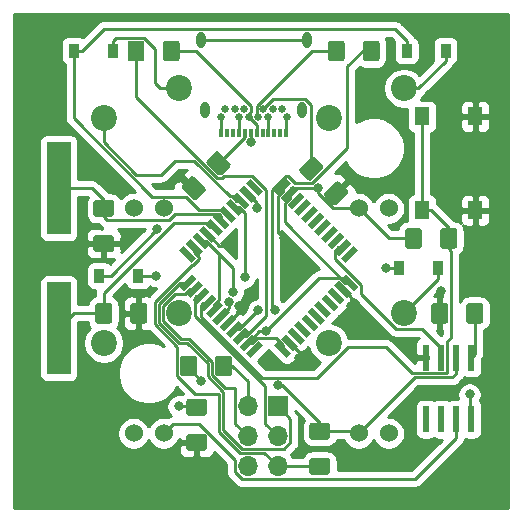
<source format=gbr>
G04 #@! TF.GenerationSoftware,KiCad,Pcbnew,5.1.5+dfsg1-2build2*
G04 #@! TF.CreationDate,2020-07-26T19:44:38+10:00*
G04 #@! TF.ProjectId,macr0,6d616372-302e-46b6-9963-61645f706362,rev?*
G04 #@! TF.SameCoordinates,Original*
G04 #@! TF.FileFunction,Copper,L2,Bot*
G04 #@! TF.FilePolarity,Positive*
%FSLAX46Y46*%
G04 Gerber Fmt 4.6, Leading zero omitted, Abs format (unit mm)*
G04 Created by KiCad (PCBNEW 5.1.5+dfsg1-2build2) date 2020-07-26 19:44:38*
%MOMM*%
%LPD*%
G04 APERTURE LIST*
%ADD10C,0.100000*%
%ADD11R,0.900000X1.200000*%
%ADD12O,0.800000X1.400000*%
%ADD13R,0.300000X0.700000*%
%ADD14C,0.650000*%
%ADD15R,1.300000X1.550000*%
%ADD16C,2.200000*%
%ADD17C,1.524000*%
%ADD18R,0.600000X2.200000*%
%ADD19R,2.000000X7.875000*%
%ADD20O,1.700000X1.700000*%
%ADD21R,1.700000X1.700000*%
%ADD22C,0.800000*%
%ADD23C,0.250000*%
%ADD24C,0.254000*%
G04 APERTURE END LIST*
G04 #@! TA.AperFunction,SMDPad,CuDef*
D10*
G36*
X124347504Y-94030704D02*
G01*
X124371773Y-94034304D01*
X124395571Y-94040265D01*
X124418671Y-94048530D01*
X124440849Y-94059020D01*
X124461893Y-94071633D01*
X124481598Y-94086247D01*
X124499777Y-94102723D01*
X124516253Y-94120902D01*
X124530867Y-94140607D01*
X124543480Y-94161651D01*
X124553970Y-94183829D01*
X124562235Y-94206929D01*
X124568196Y-94230727D01*
X124571796Y-94254996D01*
X124573000Y-94279500D01*
X124573000Y-95204500D01*
X124571796Y-95229004D01*
X124568196Y-95253273D01*
X124562235Y-95277071D01*
X124553970Y-95300171D01*
X124543480Y-95322349D01*
X124530867Y-95343393D01*
X124516253Y-95363098D01*
X124499777Y-95381277D01*
X124481598Y-95397753D01*
X124461893Y-95412367D01*
X124440849Y-95424980D01*
X124418671Y-95435470D01*
X124395571Y-95443735D01*
X124371773Y-95449696D01*
X124347504Y-95453296D01*
X124323000Y-95454500D01*
X123073000Y-95454500D01*
X123048496Y-95453296D01*
X123024227Y-95449696D01*
X123000429Y-95443735D01*
X122977329Y-95435470D01*
X122955151Y-95424980D01*
X122934107Y-95412367D01*
X122914402Y-95397753D01*
X122896223Y-95381277D01*
X122879747Y-95363098D01*
X122865133Y-95343393D01*
X122852520Y-95322349D01*
X122842030Y-95300171D01*
X122833765Y-95277071D01*
X122827804Y-95253273D01*
X122824204Y-95229004D01*
X122823000Y-95204500D01*
X122823000Y-94279500D01*
X122824204Y-94254996D01*
X122827804Y-94230727D01*
X122833765Y-94206929D01*
X122842030Y-94183829D01*
X122852520Y-94161651D01*
X122865133Y-94140607D01*
X122879747Y-94120902D01*
X122896223Y-94102723D01*
X122914402Y-94086247D01*
X122934107Y-94071633D01*
X122955151Y-94059020D01*
X122977329Y-94048530D01*
X123000429Y-94040265D01*
X123024227Y-94034304D01*
X123048496Y-94030704D01*
X123073000Y-94029500D01*
X124323000Y-94029500D01*
X124347504Y-94030704D01*
G37*
G04 #@! TD.AperFunction*
G04 #@! TA.AperFunction,SMDPad,CuDef*
G36*
X124347504Y-97005704D02*
G01*
X124371773Y-97009304D01*
X124395571Y-97015265D01*
X124418671Y-97023530D01*
X124440849Y-97034020D01*
X124461893Y-97046633D01*
X124481598Y-97061247D01*
X124499777Y-97077723D01*
X124516253Y-97095902D01*
X124530867Y-97115607D01*
X124543480Y-97136651D01*
X124553970Y-97158829D01*
X124562235Y-97181929D01*
X124568196Y-97205727D01*
X124571796Y-97229996D01*
X124573000Y-97254500D01*
X124573000Y-98179500D01*
X124571796Y-98204004D01*
X124568196Y-98228273D01*
X124562235Y-98252071D01*
X124553970Y-98275171D01*
X124543480Y-98297349D01*
X124530867Y-98318393D01*
X124516253Y-98338098D01*
X124499777Y-98356277D01*
X124481598Y-98372753D01*
X124461893Y-98387367D01*
X124440849Y-98399980D01*
X124418671Y-98410470D01*
X124395571Y-98418735D01*
X124371773Y-98424696D01*
X124347504Y-98428296D01*
X124323000Y-98429500D01*
X123073000Y-98429500D01*
X123048496Y-98428296D01*
X123024227Y-98424696D01*
X123000429Y-98418735D01*
X122977329Y-98410470D01*
X122955151Y-98399980D01*
X122934107Y-98387367D01*
X122914402Y-98372753D01*
X122896223Y-98356277D01*
X122879747Y-98338098D01*
X122865133Y-98318393D01*
X122852520Y-98297349D01*
X122842030Y-98275171D01*
X122833765Y-98252071D01*
X122827804Y-98228273D01*
X122824204Y-98204004D01*
X122823000Y-98179500D01*
X122823000Y-97254500D01*
X122824204Y-97229996D01*
X122827804Y-97205727D01*
X122833765Y-97181929D01*
X122842030Y-97158829D01*
X122852520Y-97136651D01*
X122865133Y-97115607D01*
X122879747Y-97095902D01*
X122896223Y-97077723D01*
X122914402Y-97061247D01*
X122934107Y-97046633D01*
X122955151Y-97034020D01*
X122977329Y-97023530D01*
X123000429Y-97015265D01*
X123024227Y-97009304D01*
X123048496Y-97005704D01*
X123073000Y-97004500D01*
X124323000Y-97004500D01*
X124347504Y-97005704D01*
G37*
G04 #@! TD.AperFunction*
G04 #@! TA.AperFunction,SMDPad,CuDef*
G36*
X124185004Y-102758204D02*
G01*
X124209273Y-102761804D01*
X124233071Y-102767765D01*
X124256171Y-102776030D01*
X124278349Y-102786520D01*
X124299393Y-102799133D01*
X124319098Y-102813747D01*
X124337277Y-102830223D01*
X124353753Y-102848402D01*
X124368367Y-102868107D01*
X124380980Y-102889151D01*
X124391470Y-102911329D01*
X124399735Y-102934429D01*
X124405696Y-102958227D01*
X124409296Y-102982496D01*
X124410500Y-103007000D01*
X124410500Y-104257000D01*
X124409296Y-104281504D01*
X124405696Y-104305773D01*
X124399735Y-104329571D01*
X124391470Y-104352671D01*
X124380980Y-104374849D01*
X124368367Y-104395893D01*
X124353753Y-104415598D01*
X124337277Y-104433777D01*
X124319098Y-104450253D01*
X124299393Y-104464867D01*
X124278349Y-104477480D01*
X124256171Y-104487970D01*
X124233071Y-104496235D01*
X124209273Y-104502196D01*
X124185004Y-104505796D01*
X124160500Y-104507000D01*
X123235500Y-104507000D01*
X123210996Y-104505796D01*
X123186727Y-104502196D01*
X123162929Y-104496235D01*
X123139829Y-104487970D01*
X123117651Y-104477480D01*
X123096607Y-104464867D01*
X123076902Y-104450253D01*
X123058723Y-104433777D01*
X123042247Y-104415598D01*
X123027633Y-104395893D01*
X123015020Y-104374849D01*
X123004530Y-104352671D01*
X122996265Y-104329571D01*
X122990304Y-104305773D01*
X122986704Y-104281504D01*
X122985500Y-104257000D01*
X122985500Y-103007000D01*
X122986704Y-102982496D01*
X122990304Y-102958227D01*
X122996265Y-102934429D01*
X123004530Y-102911329D01*
X123015020Y-102889151D01*
X123027633Y-102868107D01*
X123042247Y-102848402D01*
X123058723Y-102830223D01*
X123076902Y-102813747D01*
X123096607Y-102799133D01*
X123117651Y-102786520D01*
X123139829Y-102776030D01*
X123162929Y-102767765D01*
X123186727Y-102761804D01*
X123210996Y-102758204D01*
X123235500Y-102757000D01*
X124160500Y-102757000D01*
X124185004Y-102758204D01*
G37*
G04 #@! TD.AperFunction*
G04 #@! TA.AperFunction,SMDPad,CuDef*
G36*
X127160004Y-102758204D02*
G01*
X127184273Y-102761804D01*
X127208071Y-102767765D01*
X127231171Y-102776030D01*
X127253349Y-102786520D01*
X127274393Y-102799133D01*
X127294098Y-102813747D01*
X127312277Y-102830223D01*
X127328753Y-102848402D01*
X127343367Y-102868107D01*
X127355980Y-102889151D01*
X127366470Y-102911329D01*
X127374735Y-102934429D01*
X127380696Y-102958227D01*
X127384296Y-102982496D01*
X127385500Y-103007000D01*
X127385500Y-104257000D01*
X127384296Y-104281504D01*
X127380696Y-104305773D01*
X127374735Y-104329571D01*
X127366470Y-104352671D01*
X127355980Y-104374849D01*
X127343367Y-104395893D01*
X127328753Y-104415598D01*
X127312277Y-104433777D01*
X127294098Y-104450253D01*
X127274393Y-104464867D01*
X127253349Y-104477480D01*
X127231171Y-104487970D01*
X127208071Y-104496235D01*
X127184273Y-104502196D01*
X127160004Y-104505796D01*
X127135500Y-104507000D01*
X126210500Y-104507000D01*
X126185996Y-104505796D01*
X126161727Y-104502196D01*
X126137929Y-104496235D01*
X126114829Y-104487970D01*
X126092651Y-104477480D01*
X126071607Y-104464867D01*
X126051902Y-104450253D01*
X126033723Y-104433777D01*
X126017247Y-104415598D01*
X126002633Y-104395893D01*
X125990020Y-104374849D01*
X125979530Y-104352671D01*
X125971265Y-104329571D01*
X125965304Y-104305773D01*
X125961704Y-104281504D01*
X125960500Y-104257000D01*
X125960500Y-103007000D01*
X125961704Y-102982496D01*
X125965304Y-102958227D01*
X125971265Y-102934429D01*
X125979530Y-102911329D01*
X125990020Y-102889151D01*
X126002633Y-102868107D01*
X126017247Y-102848402D01*
X126033723Y-102830223D01*
X126051902Y-102813747D01*
X126071607Y-102799133D01*
X126092651Y-102786520D01*
X126114829Y-102776030D01*
X126137929Y-102767765D01*
X126161727Y-102761804D01*
X126185996Y-102758204D01*
X126210500Y-102757000D01*
X127135500Y-102757000D01*
X127160004Y-102758204D01*
G37*
G04 #@! TD.AperFunction*
G04 #@! TA.AperFunction,SMDPad,CuDef*
G36*
X132221504Y-113842704D02*
G01*
X132245773Y-113846304D01*
X132269571Y-113852265D01*
X132292671Y-113860530D01*
X132314849Y-113871020D01*
X132335893Y-113883633D01*
X132355598Y-113898247D01*
X132373777Y-113914723D01*
X132390253Y-113932902D01*
X132404867Y-113952607D01*
X132417480Y-113973651D01*
X132427970Y-113995829D01*
X132436235Y-114018929D01*
X132442196Y-114042727D01*
X132445796Y-114066996D01*
X132447000Y-114091500D01*
X132447000Y-115016500D01*
X132445796Y-115041004D01*
X132442196Y-115065273D01*
X132436235Y-115089071D01*
X132427970Y-115112171D01*
X132417480Y-115134349D01*
X132404867Y-115155393D01*
X132390253Y-115175098D01*
X132373777Y-115193277D01*
X132355598Y-115209753D01*
X132335893Y-115224367D01*
X132314849Y-115236980D01*
X132292671Y-115247470D01*
X132269571Y-115255735D01*
X132245773Y-115261696D01*
X132221504Y-115265296D01*
X132197000Y-115266500D01*
X130947000Y-115266500D01*
X130922496Y-115265296D01*
X130898227Y-115261696D01*
X130874429Y-115255735D01*
X130851329Y-115247470D01*
X130829151Y-115236980D01*
X130808107Y-115224367D01*
X130788402Y-115209753D01*
X130770223Y-115193277D01*
X130753747Y-115175098D01*
X130739133Y-115155393D01*
X130726520Y-115134349D01*
X130716030Y-115112171D01*
X130707765Y-115089071D01*
X130701804Y-115065273D01*
X130698204Y-115041004D01*
X130697000Y-115016500D01*
X130697000Y-114091500D01*
X130698204Y-114066996D01*
X130701804Y-114042727D01*
X130707765Y-114018929D01*
X130716030Y-113995829D01*
X130726520Y-113973651D01*
X130739133Y-113952607D01*
X130753747Y-113932902D01*
X130770223Y-113914723D01*
X130788402Y-113898247D01*
X130808107Y-113883633D01*
X130829151Y-113871020D01*
X130851329Y-113860530D01*
X130874429Y-113852265D01*
X130898227Y-113846304D01*
X130922496Y-113842704D01*
X130947000Y-113841500D01*
X132197000Y-113841500D01*
X132221504Y-113842704D01*
G37*
G04 #@! TD.AperFunction*
G04 #@! TA.AperFunction,SMDPad,CuDef*
G36*
X132221504Y-110867704D02*
G01*
X132245773Y-110871304D01*
X132269571Y-110877265D01*
X132292671Y-110885530D01*
X132314849Y-110896020D01*
X132335893Y-110908633D01*
X132355598Y-110923247D01*
X132373777Y-110939723D01*
X132390253Y-110957902D01*
X132404867Y-110977607D01*
X132417480Y-110998651D01*
X132427970Y-111020829D01*
X132436235Y-111043929D01*
X132442196Y-111067727D01*
X132445796Y-111091996D01*
X132447000Y-111116500D01*
X132447000Y-112041500D01*
X132445796Y-112066004D01*
X132442196Y-112090273D01*
X132436235Y-112114071D01*
X132427970Y-112137171D01*
X132417480Y-112159349D01*
X132404867Y-112180393D01*
X132390253Y-112200098D01*
X132373777Y-112218277D01*
X132355598Y-112234753D01*
X132335893Y-112249367D01*
X132314849Y-112261980D01*
X132292671Y-112272470D01*
X132269571Y-112280735D01*
X132245773Y-112286696D01*
X132221504Y-112290296D01*
X132197000Y-112291500D01*
X130947000Y-112291500D01*
X130922496Y-112290296D01*
X130898227Y-112286696D01*
X130874429Y-112280735D01*
X130851329Y-112272470D01*
X130829151Y-112261980D01*
X130808107Y-112249367D01*
X130788402Y-112234753D01*
X130770223Y-112218277D01*
X130753747Y-112200098D01*
X130739133Y-112180393D01*
X130726520Y-112159349D01*
X130716030Y-112137171D01*
X130707765Y-112114071D01*
X130701804Y-112090273D01*
X130698204Y-112066004D01*
X130697000Y-112041500D01*
X130697000Y-111116500D01*
X130698204Y-111091996D01*
X130701804Y-111067727D01*
X130707765Y-111043929D01*
X130716030Y-111020829D01*
X130726520Y-110998651D01*
X130739133Y-110977607D01*
X130753747Y-110957902D01*
X130770223Y-110939723D01*
X130788402Y-110923247D01*
X130808107Y-110908633D01*
X130829151Y-110896020D01*
X130851329Y-110885530D01*
X130874429Y-110877265D01*
X130898227Y-110871304D01*
X130922496Y-110867704D01*
X130947000Y-110866500D01*
X132197000Y-110866500D01*
X132221504Y-110867704D01*
G37*
G04 #@! TD.AperFunction*
G04 #@! TA.AperFunction,SMDPad,CuDef*
G36*
X134345004Y-107203204D02*
G01*
X134369273Y-107206804D01*
X134393071Y-107212765D01*
X134416171Y-107221030D01*
X134438349Y-107231520D01*
X134459393Y-107244133D01*
X134479098Y-107258747D01*
X134497277Y-107275223D01*
X134513753Y-107293402D01*
X134528367Y-107313107D01*
X134540980Y-107334151D01*
X134551470Y-107356329D01*
X134559735Y-107379429D01*
X134565696Y-107403227D01*
X134569296Y-107427496D01*
X134570500Y-107452000D01*
X134570500Y-108702000D01*
X134569296Y-108726504D01*
X134565696Y-108750773D01*
X134559735Y-108774571D01*
X134551470Y-108797671D01*
X134540980Y-108819849D01*
X134528367Y-108840893D01*
X134513753Y-108860598D01*
X134497277Y-108878777D01*
X134479098Y-108895253D01*
X134459393Y-108909867D01*
X134438349Y-108922480D01*
X134416171Y-108932970D01*
X134393071Y-108941235D01*
X134369273Y-108947196D01*
X134345004Y-108950796D01*
X134320500Y-108952000D01*
X133395500Y-108952000D01*
X133370996Y-108950796D01*
X133346727Y-108947196D01*
X133322929Y-108941235D01*
X133299829Y-108932970D01*
X133277651Y-108922480D01*
X133256607Y-108909867D01*
X133236902Y-108895253D01*
X133218723Y-108878777D01*
X133202247Y-108860598D01*
X133187633Y-108840893D01*
X133175020Y-108819849D01*
X133164530Y-108797671D01*
X133156265Y-108774571D01*
X133150304Y-108750773D01*
X133146704Y-108726504D01*
X133145500Y-108702000D01*
X133145500Y-107452000D01*
X133146704Y-107427496D01*
X133150304Y-107403227D01*
X133156265Y-107379429D01*
X133164530Y-107356329D01*
X133175020Y-107334151D01*
X133187633Y-107313107D01*
X133202247Y-107293402D01*
X133218723Y-107275223D01*
X133236902Y-107258747D01*
X133256607Y-107244133D01*
X133277651Y-107231520D01*
X133299829Y-107221030D01*
X133322929Y-107212765D01*
X133346727Y-107206804D01*
X133370996Y-107203204D01*
X133395500Y-107202000D01*
X134320500Y-107202000D01*
X134345004Y-107203204D01*
G37*
G04 #@! TD.AperFunction*
G04 #@! TA.AperFunction,SMDPad,CuDef*
G36*
X131370004Y-107203204D02*
G01*
X131394273Y-107206804D01*
X131418071Y-107212765D01*
X131441171Y-107221030D01*
X131463349Y-107231520D01*
X131484393Y-107244133D01*
X131504098Y-107258747D01*
X131522277Y-107275223D01*
X131538753Y-107293402D01*
X131553367Y-107313107D01*
X131565980Y-107334151D01*
X131576470Y-107356329D01*
X131584735Y-107379429D01*
X131590696Y-107403227D01*
X131594296Y-107427496D01*
X131595500Y-107452000D01*
X131595500Y-108702000D01*
X131594296Y-108726504D01*
X131590696Y-108750773D01*
X131584735Y-108774571D01*
X131576470Y-108797671D01*
X131565980Y-108819849D01*
X131553367Y-108840893D01*
X131538753Y-108860598D01*
X131522277Y-108878777D01*
X131504098Y-108895253D01*
X131484393Y-108909867D01*
X131463349Y-108922480D01*
X131441171Y-108932970D01*
X131418071Y-108941235D01*
X131394273Y-108947196D01*
X131370004Y-108950796D01*
X131345500Y-108952000D01*
X130420500Y-108952000D01*
X130395996Y-108950796D01*
X130371727Y-108947196D01*
X130347929Y-108941235D01*
X130324829Y-108932970D01*
X130302651Y-108922480D01*
X130281607Y-108909867D01*
X130261902Y-108895253D01*
X130243723Y-108878777D01*
X130227247Y-108860598D01*
X130212633Y-108840893D01*
X130200020Y-108819849D01*
X130189530Y-108797671D01*
X130181265Y-108774571D01*
X130175304Y-108750773D01*
X130171704Y-108726504D01*
X130170500Y-108702000D01*
X130170500Y-107452000D01*
X130171704Y-107427496D01*
X130175304Y-107403227D01*
X130181265Y-107379429D01*
X130189530Y-107356329D01*
X130200020Y-107334151D01*
X130212633Y-107313107D01*
X130227247Y-107293402D01*
X130243723Y-107275223D01*
X130261902Y-107258747D01*
X130281607Y-107244133D01*
X130302651Y-107231520D01*
X130324829Y-107221030D01*
X130347929Y-107212765D01*
X130371727Y-107206804D01*
X130395996Y-107203204D01*
X130420500Y-107202000D01*
X131345500Y-107202000D01*
X131370004Y-107203204D01*
G37*
G04 #@! TD.AperFunction*
D11*
X124458000Y-81407000D03*
X121158000Y-81407000D03*
X149353000Y-81407000D03*
X152653000Y-81407000D03*
X123318000Y-100457000D03*
X126618000Y-100457000D03*
X152018000Y-99822000D03*
X148718000Y-99822000D03*
D12*
X132268000Y-86422000D03*
D13*
X133648000Y-88332000D03*
X134148000Y-88332000D03*
X134648000Y-88332000D03*
X135148000Y-88332000D03*
X135648000Y-88332000D03*
X136148000Y-88332000D03*
X136648000Y-88332000D03*
X139148000Y-88332000D03*
X138148000Y-88332000D03*
X137648000Y-88332000D03*
X137148000Y-88332000D03*
X138648000Y-88332000D03*
D12*
X140528000Y-86422000D03*
X140888000Y-80472000D03*
X131908000Y-80472000D03*
D14*
X139198000Y-87022000D03*
X137598000Y-87022000D03*
X136798000Y-87022000D03*
X135998000Y-87022000D03*
X135198000Y-87022000D03*
X133598000Y-87022000D03*
X138798000Y-86322000D03*
X137998000Y-86322000D03*
X137198000Y-86322000D03*
X135598000Y-86322000D03*
X134798000Y-86322000D03*
X133998000Y-86322000D03*
G04 #@! TA.AperFunction,SMDPad,CuDef*
D10*
G36*
X142635504Y-115874704D02*
G01*
X142659773Y-115878304D01*
X142683571Y-115884265D01*
X142706671Y-115892530D01*
X142728849Y-115903020D01*
X142749893Y-115915633D01*
X142769598Y-115930247D01*
X142787777Y-115946723D01*
X142804253Y-115964902D01*
X142818867Y-115984607D01*
X142831480Y-116005651D01*
X142841970Y-116027829D01*
X142850235Y-116050929D01*
X142856196Y-116074727D01*
X142859796Y-116098996D01*
X142861000Y-116123500D01*
X142861000Y-117048500D01*
X142859796Y-117073004D01*
X142856196Y-117097273D01*
X142850235Y-117121071D01*
X142841970Y-117144171D01*
X142831480Y-117166349D01*
X142818867Y-117187393D01*
X142804253Y-117207098D01*
X142787777Y-117225277D01*
X142769598Y-117241753D01*
X142749893Y-117256367D01*
X142728849Y-117268980D01*
X142706671Y-117279470D01*
X142683571Y-117287735D01*
X142659773Y-117293696D01*
X142635504Y-117297296D01*
X142611000Y-117298500D01*
X141361000Y-117298500D01*
X141336496Y-117297296D01*
X141312227Y-117293696D01*
X141288429Y-117287735D01*
X141265329Y-117279470D01*
X141243151Y-117268980D01*
X141222107Y-117256367D01*
X141202402Y-117241753D01*
X141184223Y-117225277D01*
X141167747Y-117207098D01*
X141153133Y-117187393D01*
X141140520Y-117166349D01*
X141130030Y-117144171D01*
X141121765Y-117121071D01*
X141115804Y-117097273D01*
X141112204Y-117073004D01*
X141111000Y-117048500D01*
X141111000Y-116123500D01*
X141112204Y-116098996D01*
X141115804Y-116074727D01*
X141121765Y-116050929D01*
X141130030Y-116027829D01*
X141140520Y-116005651D01*
X141153133Y-115984607D01*
X141167747Y-115964902D01*
X141184223Y-115946723D01*
X141202402Y-115930247D01*
X141222107Y-115915633D01*
X141243151Y-115903020D01*
X141265329Y-115892530D01*
X141288429Y-115884265D01*
X141312227Y-115878304D01*
X141336496Y-115874704D01*
X141361000Y-115873500D01*
X142611000Y-115873500D01*
X142635504Y-115874704D01*
G37*
G04 #@! TD.AperFunction*
G04 #@! TA.AperFunction,SMDPad,CuDef*
G36*
X142635504Y-112899704D02*
G01*
X142659773Y-112903304D01*
X142683571Y-112909265D01*
X142706671Y-112917530D01*
X142728849Y-112928020D01*
X142749893Y-112940633D01*
X142769598Y-112955247D01*
X142787777Y-112971723D01*
X142804253Y-112989902D01*
X142818867Y-113009607D01*
X142831480Y-113030651D01*
X142841970Y-113052829D01*
X142850235Y-113075929D01*
X142856196Y-113099727D01*
X142859796Y-113123996D01*
X142861000Y-113148500D01*
X142861000Y-114073500D01*
X142859796Y-114098004D01*
X142856196Y-114122273D01*
X142850235Y-114146071D01*
X142841970Y-114169171D01*
X142831480Y-114191349D01*
X142818867Y-114212393D01*
X142804253Y-114232098D01*
X142787777Y-114250277D01*
X142769598Y-114266753D01*
X142749893Y-114281367D01*
X142728849Y-114293980D01*
X142706671Y-114304470D01*
X142683571Y-114312735D01*
X142659773Y-114318696D01*
X142635504Y-114322296D01*
X142611000Y-114323500D01*
X141361000Y-114323500D01*
X141336496Y-114322296D01*
X141312227Y-114318696D01*
X141288429Y-114312735D01*
X141265329Y-114304470D01*
X141243151Y-114293980D01*
X141222107Y-114281367D01*
X141202402Y-114266753D01*
X141184223Y-114250277D01*
X141167747Y-114232098D01*
X141153133Y-114212393D01*
X141140520Y-114191349D01*
X141130030Y-114169171D01*
X141121765Y-114146071D01*
X141115804Y-114122273D01*
X141112204Y-114098004D01*
X141111000Y-114073500D01*
X141111000Y-113148500D01*
X141112204Y-113123996D01*
X141115804Y-113099727D01*
X141121765Y-113075929D01*
X141130030Y-113052829D01*
X141140520Y-113030651D01*
X141153133Y-113009607D01*
X141167747Y-112989902D01*
X141184223Y-112971723D01*
X141202402Y-112955247D01*
X141222107Y-112940633D01*
X141243151Y-112928020D01*
X141265329Y-112917530D01*
X141288429Y-112909265D01*
X141312227Y-112903304D01*
X141336496Y-112899704D01*
X141361000Y-112898500D01*
X142611000Y-112898500D01*
X142635504Y-112899704D01*
G37*
G04 #@! TD.AperFunction*
G04 #@! TA.AperFunction,SMDPad,CuDef*
G36*
X150420004Y-96408204D02*
G01*
X150444273Y-96411804D01*
X150468071Y-96417765D01*
X150491171Y-96426030D01*
X150513349Y-96436520D01*
X150534393Y-96449133D01*
X150554098Y-96463747D01*
X150572277Y-96480223D01*
X150588753Y-96498402D01*
X150603367Y-96518107D01*
X150615980Y-96539151D01*
X150626470Y-96561329D01*
X150634735Y-96584429D01*
X150640696Y-96608227D01*
X150644296Y-96632496D01*
X150645500Y-96657000D01*
X150645500Y-97907000D01*
X150644296Y-97931504D01*
X150640696Y-97955773D01*
X150634735Y-97979571D01*
X150626470Y-98002671D01*
X150615980Y-98024849D01*
X150603367Y-98045893D01*
X150588753Y-98065598D01*
X150572277Y-98083777D01*
X150554098Y-98100253D01*
X150534393Y-98114867D01*
X150513349Y-98127480D01*
X150491171Y-98137970D01*
X150468071Y-98146235D01*
X150444273Y-98152196D01*
X150420004Y-98155796D01*
X150395500Y-98157000D01*
X149470500Y-98157000D01*
X149445996Y-98155796D01*
X149421727Y-98152196D01*
X149397929Y-98146235D01*
X149374829Y-98137970D01*
X149352651Y-98127480D01*
X149331607Y-98114867D01*
X149311902Y-98100253D01*
X149293723Y-98083777D01*
X149277247Y-98065598D01*
X149262633Y-98045893D01*
X149250020Y-98024849D01*
X149239530Y-98002671D01*
X149231265Y-97979571D01*
X149225304Y-97955773D01*
X149221704Y-97931504D01*
X149220500Y-97907000D01*
X149220500Y-96657000D01*
X149221704Y-96632496D01*
X149225304Y-96608227D01*
X149231265Y-96584429D01*
X149239530Y-96561329D01*
X149250020Y-96539151D01*
X149262633Y-96518107D01*
X149277247Y-96498402D01*
X149293723Y-96480223D01*
X149311902Y-96463747D01*
X149331607Y-96449133D01*
X149352651Y-96436520D01*
X149374829Y-96426030D01*
X149397929Y-96417765D01*
X149421727Y-96411804D01*
X149445996Y-96408204D01*
X149470500Y-96407000D01*
X150395500Y-96407000D01*
X150420004Y-96408204D01*
G37*
G04 #@! TD.AperFunction*
G04 #@! TA.AperFunction,SMDPad,CuDef*
G36*
X153395004Y-96408204D02*
G01*
X153419273Y-96411804D01*
X153443071Y-96417765D01*
X153466171Y-96426030D01*
X153488349Y-96436520D01*
X153509393Y-96449133D01*
X153529098Y-96463747D01*
X153547277Y-96480223D01*
X153563753Y-96498402D01*
X153578367Y-96518107D01*
X153590980Y-96539151D01*
X153601470Y-96561329D01*
X153609735Y-96584429D01*
X153615696Y-96608227D01*
X153619296Y-96632496D01*
X153620500Y-96657000D01*
X153620500Y-97907000D01*
X153619296Y-97931504D01*
X153615696Y-97955773D01*
X153609735Y-97979571D01*
X153601470Y-98002671D01*
X153590980Y-98024849D01*
X153578367Y-98045893D01*
X153563753Y-98065598D01*
X153547277Y-98083777D01*
X153529098Y-98100253D01*
X153509393Y-98114867D01*
X153488349Y-98127480D01*
X153466171Y-98137970D01*
X153443071Y-98146235D01*
X153419273Y-98152196D01*
X153395004Y-98155796D01*
X153370500Y-98157000D01*
X152445500Y-98157000D01*
X152420996Y-98155796D01*
X152396727Y-98152196D01*
X152372929Y-98146235D01*
X152349829Y-98137970D01*
X152327651Y-98127480D01*
X152306607Y-98114867D01*
X152286902Y-98100253D01*
X152268723Y-98083777D01*
X152252247Y-98065598D01*
X152237633Y-98045893D01*
X152225020Y-98024849D01*
X152214530Y-98002671D01*
X152206265Y-97979571D01*
X152200304Y-97955773D01*
X152196704Y-97931504D01*
X152195500Y-97907000D01*
X152195500Y-96657000D01*
X152196704Y-96632496D01*
X152200304Y-96608227D01*
X152206265Y-96584429D01*
X152214530Y-96561329D01*
X152225020Y-96539151D01*
X152237633Y-96518107D01*
X152252247Y-96498402D01*
X152268723Y-96480223D01*
X152286902Y-96463747D01*
X152306607Y-96449133D01*
X152327651Y-96436520D01*
X152349829Y-96426030D01*
X152372929Y-96417765D01*
X152396727Y-96411804D01*
X152420996Y-96408204D01*
X152445500Y-96407000D01*
X153370500Y-96407000D01*
X153395004Y-96408204D01*
G37*
G04 #@! TD.AperFunction*
G04 #@! TA.AperFunction,SMDPad,CuDef*
G36*
X133331920Y-89914225D02*
G01*
X133356189Y-89917825D01*
X133379987Y-89923786D01*
X133403087Y-89932051D01*
X133425265Y-89942541D01*
X133446309Y-89955154D01*
X133466014Y-89969768D01*
X133484193Y-89986244D01*
X134368077Y-90870128D01*
X134384553Y-90888307D01*
X134399167Y-90908012D01*
X134411780Y-90929056D01*
X134422270Y-90951234D01*
X134430535Y-90974334D01*
X134436496Y-90998132D01*
X134440096Y-91022401D01*
X134441300Y-91046905D01*
X134440096Y-91071409D01*
X134436496Y-91095678D01*
X134430535Y-91119476D01*
X134422270Y-91142576D01*
X134411780Y-91164754D01*
X134399167Y-91185798D01*
X134384553Y-91205503D01*
X134368077Y-91223682D01*
X133714003Y-91877756D01*
X133695824Y-91894232D01*
X133676119Y-91908846D01*
X133655075Y-91921459D01*
X133632897Y-91931949D01*
X133609797Y-91940214D01*
X133585999Y-91946175D01*
X133561730Y-91949775D01*
X133537226Y-91950979D01*
X133512722Y-91949775D01*
X133488453Y-91946175D01*
X133464655Y-91940214D01*
X133441555Y-91931949D01*
X133419377Y-91921459D01*
X133398333Y-91908846D01*
X133378628Y-91894232D01*
X133360449Y-91877756D01*
X132476565Y-90993872D01*
X132460089Y-90975693D01*
X132445475Y-90955988D01*
X132432862Y-90934944D01*
X132422372Y-90912766D01*
X132414107Y-90889666D01*
X132408146Y-90865868D01*
X132404546Y-90841599D01*
X132403342Y-90817095D01*
X132404546Y-90792591D01*
X132408146Y-90768322D01*
X132414107Y-90744524D01*
X132422372Y-90721424D01*
X132432862Y-90699246D01*
X132445475Y-90678202D01*
X132460089Y-90658497D01*
X132476565Y-90640318D01*
X133130639Y-89986244D01*
X133148818Y-89969768D01*
X133168523Y-89955154D01*
X133189567Y-89942541D01*
X133211745Y-89932051D01*
X133234845Y-89923786D01*
X133258643Y-89917825D01*
X133282912Y-89914225D01*
X133307416Y-89913021D01*
X133331920Y-89914225D01*
G37*
G04 #@! TD.AperFunction*
G04 #@! TA.AperFunction,SMDPad,CuDef*
G36*
X131228278Y-92017867D02*
G01*
X131252547Y-92021467D01*
X131276345Y-92027428D01*
X131299445Y-92035693D01*
X131321623Y-92046183D01*
X131342667Y-92058796D01*
X131362372Y-92073410D01*
X131380551Y-92089886D01*
X132264435Y-92973770D01*
X132280911Y-92991949D01*
X132295525Y-93011654D01*
X132308138Y-93032698D01*
X132318628Y-93054876D01*
X132326893Y-93077976D01*
X132332854Y-93101774D01*
X132336454Y-93126043D01*
X132337658Y-93150547D01*
X132336454Y-93175051D01*
X132332854Y-93199320D01*
X132326893Y-93223118D01*
X132318628Y-93246218D01*
X132308138Y-93268396D01*
X132295525Y-93289440D01*
X132280911Y-93309145D01*
X132264435Y-93327324D01*
X131610361Y-93981398D01*
X131592182Y-93997874D01*
X131572477Y-94012488D01*
X131551433Y-94025101D01*
X131529255Y-94035591D01*
X131506155Y-94043856D01*
X131482357Y-94049817D01*
X131458088Y-94053417D01*
X131433584Y-94054621D01*
X131409080Y-94053417D01*
X131384811Y-94049817D01*
X131361013Y-94043856D01*
X131337913Y-94035591D01*
X131315735Y-94025101D01*
X131294691Y-94012488D01*
X131274986Y-93997874D01*
X131256807Y-93981398D01*
X130372923Y-93097514D01*
X130356447Y-93079335D01*
X130341833Y-93059630D01*
X130329220Y-93038586D01*
X130318730Y-93016408D01*
X130310465Y-92993308D01*
X130304504Y-92969510D01*
X130300904Y-92945241D01*
X130299700Y-92920737D01*
X130300904Y-92896233D01*
X130304504Y-92871964D01*
X130310465Y-92848166D01*
X130318730Y-92825066D01*
X130329220Y-92802888D01*
X130341833Y-92781844D01*
X130356447Y-92762139D01*
X130372923Y-92743960D01*
X131026997Y-92089886D01*
X131045176Y-92073410D01*
X131064881Y-92058796D01*
X131085925Y-92046183D01*
X131108103Y-92035693D01*
X131131203Y-92027428D01*
X131155001Y-92021467D01*
X131179270Y-92017867D01*
X131203774Y-92016663D01*
X131228278Y-92017867D01*
G37*
G04 #@! TD.AperFunction*
G04 #@! TA.AperFunction,SMDPad,CuDef*
G36*
X143522409Y-92454225D02*
G01*
X143546678Y-92457825D01*
X143570476Y-92463786D01*
X143593576Y-92472051D01*
X143615754Y-92482541D01*
X143636798Y-92495154D01*
X143656503Y-92509768D01*
X143674682Y-92526244D01*
X144328756Y-93180318D01*
X144345232Y-93198497D01*
X144359846Y-93218202D01*
X144372459Y-93239246D01*
X144382949Y-93261424D01*
X144391214Y-93284524D01*
X144397175Y-93308322D01*
X144400775Y-93332591D01*
X144401979Y-93357095D01*
X144400775Y-93381599D01*
X144397175Y-93405868D01*
X144391214Y-93429666D01*
X144382949Y-93452766D01*
X144372459Y-93474944D01*
X144359846Y-93495988D01*
X144345232Y-93515693D01*
X144328756Y-93533872D01*
X143444872Y-94417756D01*
X143426693Y-94434232D01*
X143406988Y-94448846D01*
X143385944Y-94461459D01*
X143363766Y-94471949D01*
X143340666Y-94480214D01*
X143316868Y-94486175D01*
X143292599Y-94489775D01*
X143268095Y-94490979D01*
X143243591Y-94489775D01*
X143219322Y-94486175D01*
X143195524Y-94480214D01*
X143172424Y-94471949D01*
X143150246Y-94461459D01*
X143129202Y-94448846D01*
X143109497Y-94434232D01*
X143091318Y-94417756D01*
X142437244Y-93763682D01*
X142420768Y-93745503D01*
X142406154Y-93725798D01*
X142393541Y-93704754D01*
X142383051Y-93682576D01*
X142374786Y-93659476D01*
X142368825Y-93635678D01*
X142365225Y-93611409D01*
X142364021Y-93586905D01*
X142365225Y-93562401D01*
X142368825Y-93538132D01*
X142374786Y-93514334D01*
X142383051Y-93491234D01*
X142393541Y-93469056D01*
X142406154Y-93448012D01*
X142420768Y-93428307D01*
X142437244Y-93410128D01*
X143321128Y-92526244D01*
X143339307Y-92509768D01*
X143359012Y-92495154D01*
X143380056Y-92482541D01*
X143402234Y-92472051D01*
X143425334Y-92463786D01*
X143449132Y-92457825D01*
X143473401Y-92454225D01*
X143497905Y-92453021D01*
X143522409Y-92454225D01*
G37*
G04 #@! TD.AperFunction*
G04 #@! TA.AperFunction,SMDPad,CuDef*
G36*
X141418767Y-90350583D02*
G01*
X141443036Y-90354183D01*
X141466834Y-90360144D01*
X141489934Y-90368409D01*
X141512112Y-90378899D01*
X141533156Y-90391512D01*
X141552861Y-90406126D01*
X141571040Y-90422602D01*
X142225114Y-91076676D01*
X142241590Y-91094855D01*
X142256204Y-91114560D01*
X142268817Y-91135604D01*
X142279307Y-91157782D01*
X142287572Y-91180882D01*
X142293533Y-91204680D01*
X142297133Y-91228949D01*
X142298337Y-91253453D01*
X142297133Y-91277957D01*
X142293533Y-91302226D01*
X142287572Y-91326024D01*
X142279307Y-91349124D01*
X142268817Y-91371302D01*
X142256204Y-91392346D01*
X142241590Y-91412051D01*
X142225114Y-91430230D01*
X141341230Y-92314114D01*
X141323051Y-92330590D01*
X141303346Y-92345204D01*
X141282302Y-92357817D01*
X141260124Y-92368307D01*
X141237024Y-92376572D01*
X141213226Y-92382533D01*
X141188957Y-92386133D01*
X141164453Y-92387337D01*
X141139949Y-92386133D01*
X141115680Y-92382533D01*
X141091882Y-92376572D01*
X141068782Y-92368307D01*
X141046604Y-92357817D01*
X141025560Y-92345204D01*
X141005855Y-92330590D01*
X140987676Y-92314114D01*
X140333602Y-91660040D01*
X140317126Y-91641861D01*
X140302512Y-91622156D01*
X140289899Y-91601112D01*
X140279409Y-91578934D01*
X140271144Y-91555834D01*
X140265183Y-91532036D01*
X140261583Y-91507767D01*
X140260379Y-91483263D01*
X140261583Y-91458759D01*
X140265183Y-91434490D01*
X140271144Y-91410692D01*
X140279409Y-91387592D01*
X140289899Y-91365414D01*
X140302512Y-91344370D01*
X140317126Y-91324665D01*
X140333602Y-91306486D01*
X141217486Y-90422602D01*
X141235665Y-90406126D01*
X141255370Y-90391512D01*
X141276414Y-90378899D01*
X141298592Y-90368409D01*
X141321692Y-90360144D01*
X141345490Y-90354183D01*
X141369759Y-90350583D01*
X141394263Y-90349379D01*
X141418767Y-90350583D01*
G37*
G04 #@! TD.AperFunction*
G04 #@! TA.AperFunction,SMDPad,CuDef*
G36*
X126925004Y-80533204D02*
G01*
X126949273Y-80536804D01*
X126973071Y-80542765D01*
X126996171Y-80551030D01*
X127018349Y-80561520D01*
X127039393Y-80574133D01*
X127059098Y-80588747D01*
X127077277Y-80605223D01*
X127093753Y-80623402D01*
X127108367Y-80643107D01*
X127120980Y-80664151D01*
X127131470Y-80686329D01*
X127139735Y-80709429D01*
X127145696Y-80733227D01*
X127149296Y-80757496D01*
X127150500Y-80782000D01*
X127150500Y-82032000D01*
X127149296Y-82056504D01*
X127145696Y-82080773D01*
X127139735Y-82104571D01*
X127131470Y-82127671D01*
X127120980Y-82149849D01*
X127108367Y-82170893D01*
X127093753Y-82190598D01*
X127077277Y-82208777D01*
X127059098Y-82225253D01*
X127039393Y-82239867D01*
X127018349Y-82252480D01*
X126996171Y-82262970D01*
X126973071Y-82271235D01*
X126949273Y-82277196D01*
X126925004Y-82280796D01*
X126900500Y-82282000D01*
X125975500Y-82282000D01*
X125950996Y-82280796D01*
X125926727Y-82277196D01*
X125902929Y-82271235D01*
X125879829Y-82262970D01*
X125857651Y-82252480D01*
X125836607Y-82239867D01*
X125816902Y-82225253D01*
X125798723Y-82208777D01*
X125782247Y-82190598D01*
X125767633Y-82170893D01*
X125755020Y-82149849D01*
X125744530Y-82127671D01*
X125736265Y-82104571D01*
X125730304Y-82080773D01*
X125726704Y-82056504D01*
X125725500Y-82032000D01*
X125725500Y-80782000D01*
X125726704Y-80757496D01*
X125730304Y-80733227D01*
X125736265Y-80709429D01*
X125744530Y-80686329D01*
X125755020Y-80664151D01*
X125767633Y-80643107D01*
X125782247Y-80623402D01*
X125798723Y-80605223D01*
X125816902Y-80588747D01*
X125836607Y-80574133D01*
X125857651Y-80561520D01*
X125879829Y-80551030D01*
X125902929Y-80542765D01*
X125926727Y-80536804D01*
X125950996Y-80533204D01*
X125975500Y-80532000D01*
X126900500Y-80532000D01*
X126925004Y-80533204D01*
G37*
G04 #@! TD.AperFunction*
G04 #@! TA.AperFunction,SMDPad,CuDef*
G36*
X129900004Y-80533204D02*
G01*
X129924273Y-80536804D01*
X129948071Y-80542765D01*
X129971171Y-80551030D01*
X129993349Y-80561520D01*
X130014393Y-80574133D01*
X130034098Y-80588747D01*
X130052277Y-80605223D01*
X130068753Y-80623402D01*
X130083367Y-80643107D01*
X130095980Y-80664151D01*
X130106470Y-80686329D01*
X130114735Y-80709429D01*
X130120696Y-80733227D01*
X130124296Y-80757496D01*
X130125500Y-80782000D01*
X130125500Y-82032000D01*
X130124296Y-82056504D01*
X130120696Y-82080773D01*
X130114735Y-82104571D01*
X130106470Y-82127671D01*
X130095980Y-82149849D01*
X130083367Y-82170893D01*
X130068753Y-82190598D01*
X130052277Y-82208777D01*
X130034098Y-82225253D01*
X130014393Y-82239867D01*
X129993349Y-82252480D01*
X129971171Y-82262970D01*
X129948071Y-82271235D01*
X129924273Y-82277196D01*
X129900004Y-82280796D01*
X129875500Y-82282000D01*
X128950500Y-82282000D01*
X128925996Y-82280796D01*
X128901727Y-82277196D01*
X128877929Y-82271235D01*
X128854829Y-82262970D01*
X128832651Y-82252480D01*
X128811607Y-82239867D01*
X128791902Y-82225253D01*
X128773723Y-82208777D01*
X128757247Y-82190598D01*
X128742633Y-82170893D01*
X128730020Y-82149849D01*
X128719530Y-82127671D01*
X128711265Y-82104571D01*
X128705304Y-82080773D01*
X128701704Y-82056504D01*
X128700500Y-82032000D01*
X128700500Y-80782000D01*
X128701704Y-80757496D01*
X128705304Y-80733227D01*
X128711265Y-80709429D01*
X128719530Y-80686329D01*
X128730020Y-80664151D01*
X128742633Y-80643107D01*
X128757247Y-80623402D01*
X128773723Y-80605223D01*
X128791902Y-80588747D01*
X128811607Y-80574133D01*
X128832651Y-80561520D01*
X128854829Y-80551030D01*
X128877929Y-80542765D01*
X128901727Y-80536804D01*
X128925996Y-80533204D01*
X128950500Y-80532000D01*
X129875500Y-80532000D01*
X129900004Y-80533204D01*
G37*
G04 #@! TD.AperFunction*
G04 #@! TA.AperFunction,SMDPad,CuDef*
G36*
X143870004Y-80533204D02*
G01*
X143894273Y-80536804D01*
X143918071Y-80542765D01*
X143941171Y-80551030D01*
X143963349Y-80561520D01*
X143984393Y-80574133D01*
X144004098Y-80588747D01*
X144022277Y-80605223D01*
X144038753Y-80623402D01*
X144053367Y-80643107D01*
X144065980Y-80664151D01*
X144076470Y-80686329D01*
X144084735Y-80709429D01*
X144090696Y-80733227D01*
X144094296Y-80757496D01*
X144095500Y-80782000D01*
X144095500Y-82032000D01*
X144094296Y-82056504D01*
X144090696Y-82080773D01*
X144084735Y-82104571D01*
X144076470Y-82127671D01*
X144065980Y-82149849D01*
X144053367Y-82170893D01*
X144038753Y-82190598D01*
X144022277Y-82208777D01*
X144004098Y-82225253D01*
X143984393Y-82239867D01*
X143963349Y-82252480D01*
X143941171Y-82262970D01*
X143918071Y-82271235D01*
X143894273Y-82277196D01*
X143870004Y-82280796D01*
X143845500Y-82282000D01*
X142920500Y-82282000D01*
X142895996Y-82280796D01*
X142871727Y-82277196D01*
X142847929Y-82271235D01*
X142824829Y-82262970D01*
X142802651Y-82252480D01*
X142781607Y-82239867D01*
X142761902Y-82225253D01*
X142743723Y-82208777D01*
X142727247Y-82190598D01*
X142712633Y-82170893D01*
X142700020Y-82149849D01*
X142689530Y-82127671D01*
X142681265Y-82104571D01*
X142675304Y-82080773D01*
X142671704Y-82056504D01*
X142670500Y-82032000D01*
X142670500Y-80782000D01*
X142671704Y-80757496D01*
X142675304Y-80733227D01*
X142681265Y-80709429D01*
X142689530Y-80686329D01*
X142700020Y-80664151D01*
X142712633Y-80643107D01*
X142727247Y-80623402D01*
X142743723Y-80605223D01*
X142761902Y-80588747D01*
X142781607Y-80574133D01*
X142802651Y-80561520D01*
X142824829Y-80551030D01*
X142847929Y-80542765D01*
X142871727Y-80536804D01*
X142895996Y-80533204D01*
X142920500Y-80532000D01*
X143845500Y-80532000D01*
X143870004Y-80533204D01*
G37*
G04 #@! TD.AperFunction*
G04 #@! TA.AperFunction,SMDPad,CuDef*
G36*
X146845004Y-80533204D02*
G01*
X146869273Y-80536804D01*
X146893071Y-80542765D01*
X146916171Y-80551030D01*
X146938349Y-80561520D01*
X146959393Y-80574133D01*
X146979098Y-80588747D01*
X146997277Y-80605223D01*
X147013753Y-80623402D01*
X147028367Y-80643107D01*
X147040980Y-80664151D01*
X147051470Y-80686329D01*
X147059735Y-80709429D01*
X147065696Y-80733227D01*
X147069296Y-80757496D01*
X147070500Y-80782000D01*
X147070500Y-82032000D01*
X147069296Y-82056504D01*
X147065696Y-82080773D01*
X147059735Y-82104571D01*
X147051470Y-82127671D01*
X147040980Y-82149849D01*
X147028367Y-82170893D01*
X147013753Y-82190598D01*
X146997277Y-82208777D01*
X146979098Y-82225253D01*
X146959393Y-82239867D01*
X146938349Y-82252480D01*
X146916171Y-82262970D01*
X146893071Y-82271235D01*
X146869273Y-82277196D01*
X146845004Y-82280796D01*
X146820500Y-82282000D01*
X145895500Y-82282000D01*
X145870996Y-82280796D01*
X145846727Y-82277196D01*
X145822929Y-82271235D01*
X145799829Y-82262970D01*
X145777651Y-82252480D01*
X145756607Y-82239867D01*
X145736902Y-82225253D01*
X145718723Y-82208777D01*
X145702247Y-82190598D01*
X145687633Y-82170893D01*
X145675020Y-82149849D01*
X145664530Y-82127671D01*
X145656265Y-82104571D01*
X145650304Y-82080773D01*
X145646704Y-82056504D01*
X145645500Y-82032000D01*
X145645500Y-80782000D01*
X145646704Y-80757496D01*
X145650304Y-80733227D01*
X145656265Y-80709429D01*
X145664530Y-80686329D01*
X145675020Y-80664151D01*
X145687633Y-80643107D01*
X145702247Y-80623402D01*
X145718723Y-80605223D01*
X145736902Y-80588747D01*
X145756607Y-80574133D01*
X145777651Y-80561520D01*
X145799829Y-80551030D01*
X145822929Y-80542765D01*
X145846727Y-80536804D01*
X145870996Y-80533204D01*
X145895500Y-80532000D01*
X146820500Y-80532000D01*
X146845004Y-80533204D01*
G37*
G04 #@! TD.AperFunction*
G04 #@! TA.AperFunction,SMDPad,CuDef*
G36*
X152633004Y-102758204D02*
G01*
X152657273Y-102761804D01*
X152681071Y-102767765D01*
X152704171Y-102776030D01*
X152726349Y-102786520D01*
X152747393Y-102799133D01*
X152767098Y-102813747D01*
X152785277Y-102830223D01*
X152801753Y-102848402D01*
X152816367Y-102868107D01*
X152828980Y-102889151D01*
X152839470Y-102911329D01*
X152847735Y-102934429D01*
X152853696Y-102958227D01*
X152857296Y-102982496D01*
X152858500Y-103007000D01*
X152858500Y-104257000D01*
X152857296Y-104281504D01*
X152853696Y-104305773D01*
X152847735Y-104329571D01*
X152839470Y-104352671D01*
X152828980Y-104374849D01*
X152816367Y-104395893D01*
X152801753Y-104415598D01*
X152785277Y-104433777D01*
X152767098Y-104450253D01*
X152747393Y-104464867D01*
X152726349Y-104477480D01*
X152704171Y-104487970D01*
X152681071Y-104496235D01*
X152657273Y-104502196D01*
X152633004Y-104505796D01*
X152608500Y-104507000D01*
X151683500Y-104507000D01*
X151658996Y-104505796D01*
X151634727Y-104502196D01*
X151610929Y-104496235D01*
X151587829Y-104487970D01*
X151565651Y-104477480D01*
X151544607Y-104464867D01*
X151524902Y-104450253D01*
X151506723Y-104433777D01*
X151490247Y-104415598D01*
X151475633Y-104395893D01*
X151463020Y-104374849D01*
X151452530Y-104352671D01*
X151444265Y-104329571D01*
X151438304Y-104305773D01*
X151434704Y-104281504D01*
X151433500Y-104257000D01*
X151433500Y-103007000D01*
X151434704Y-102982496D01*
X151438304Y-102958227D01*
X151444265Y-102934429D01*
X151452530Y-102911329D01*
X151463020Y-102889151D01*
X151475633Y-102868107D01*
X151490247Y-102848402D01*
X151506723Y-102830223D01*
X151524902Y-102813747D01*
X151544607Y-102799133D01*
X151565651Y-102786520D01*
X151587829Y-102776030D01*
X151610929Y-102767765D01*
X151634727Y-102761804D01*
X151658996Y-102758204D01*
X151683500Y-102757000D01*
X152608500Y-102757000D01*
X152633004Y-102758204D01*
G37*
G04 #@! TD.AperFunction*
G04 #@! TA.AperFunction,SMDPad,CuDef*
G36*
X155608004Y-102758204D02*
G01*
X155632273Y-102761804D01*
X155656071Y-102767765D01*
X155679171Y-102776030D01*
X155701349Y-102786520D01*
X155722393Y-102799133D01*
X155742098Y-102813747D01*
X155760277Y-102830223D01*
X155776753Y-102848402D01*
X155791367Y-102868107D01*
X155803980Y-102889151D01*
X155814470Y-102911329D01*
X155822735Y-102934429D01*
X155828696Y-102958227D01*
X155832296Y-102982496D01*
X155833500Y-103007000D01*
X155833500Y-104257000D01*
X155832296Y-104281504D01*
X155828696Y-104305773D01*
X155822735Y-104329571D01*
X155814470Y-104352671D01*
X155803980Y-104374849D01*
X155791367Y-104395893D01*
X155776753Y-104415598D01*
X155760277Y-104433777D01*
X155742098Y-104450253D01*
X155722393Y-104464867D01*
X155701349Y-104477480D01*
X155679171Y-104487970D01*
X155656071Y-104496235D01*
X155632273Y-104502196D01*
X155608004Y-104505796D01*
X155583500Y-104507000D01*
X154658500Y-104507000D01*
X154633996Y-104505796D01*
X154609727Y-104502196D01*
X154585929Y-104496235D01*
X154562829Y-104487970D01*
X154540651Y-104477480D01*
X154519607Y-104464867D01*
X154499902Y-104450253D01*
X154481723Y-104433777D01*
X154465247Y-104415598D01*
X154450633Y-104395893D01*
X154438020Y-104374849D01*
X154427530Y-104352671D01*
X154419265Y-104329571D01*
X154413304Y-104305773D01*
X154409704Y-104281504D01*
X154408500Y-104257000D01*
X154408500Y-103007000D01*
X154409704Y-102982496D01*
X154413304Y-102958227D01*
X154419265Y-102934429D01*
X154427530Y-102911329D01*
X154438020Y-102889151D01*
X154450633Y-102868107D01*
X154465247Y-102848402D01*
X154481723Y-102830223D01*
X154499902Y-102813747D01*
X154519607Y-102799133D01*
X154540651Y-102786520D01*
X154562829Y-102776030D01*
X154585929Y-102767765D01*
X154609727Y-102761804D01*
X154633996Y-102758204D01*
X154658500Y-102757000D01*
X155583500Y-102757000D01*
X155608004Y-102758204D01*
G37*
G04 #@! TD.AperFunction*
D15*
X155158000Y-86957000D03*
X150658000Y-86957000D03*
X150658000Y-94907000D03*
X155158000Y-94907000D03*
D16*
X130048000Y-84582000D03*
X123698000Y-87122000D03*
D17*
X128778000Y-94742000D03*
X126238000Y-94742000D03*
D16*
X149098000Y-84582000D03*
X142748000Y-87122000D03*
D17*
X147828000Y-94742000D03*
X145288000Y-94742000D03*
X126238000Y-113792000D03*
X128778000Y-113792000D03*
D16*
X123698000Y-106172000D03*
X130048000Y-103632000D03*
D17*
X145288000Y-113792000D03*
X147828000Y-113792000D03*
D16*
X142748000Y-106172000D03*
X149098000Y-103632000D03*
G04 #@! TA.AperFunction,SMDPad,CuDef*
D10*
G36*
X136130042Y-107405720D02*
G01*
X135741134Y-107016812D01*
X136801794Y-105956152D01*
X137190702Y-106345060D01*
X136130042Y-107405720D01*
G37*
G04 #@! TD.AperFunction*
G04 #@! TA.AperFunction,SMDPad,CuDef*
G36*
X135564357Y-106840034D02*
G01*
X135175449Y-106451126D01*
X136236109Y-105390466D01*
X136625017Y-105779374D01*
X135564357Y-106840034D01*
G37*
G04 #@! TD.AperFunction*
G04 #@! TA.AperFunction,SMDPad,CuDef*
G36*
X134998672Y-106274349D02*
G01*
X134609764Y-105885441D01*
X135670424Y-104824781D01*
X136059332Y-105213689D01*
X134998672Y-106274349D01*
G37*
G04 #@! TD.AperFunction*
G04 #@! TA.AperFunction,SMDPad,CuDef*
G36*
X134432986Y-105708664D02*
G01*
X134044078Y-105319756D01*
X135104738Y-104259096D01*
X135493646Y-104648004D01*
X134432986Y-105708664D01*
G37*
G04 #@! TD.AperFunction*
G04 #@! TA.AperFunction,SMDPad,CuDef*
G36*
X133867301Y-105142978D02*
G01*
X133478393Y-104754070D01*
X134539053Y-103693410D01*
X134927961Y-104082318D01*
X133867301Y-105142978D01*
G37*
G04 #@! TD.AperFunction*
G04 #@! TA.AperFunction,SMDPad,CuDef*
G36*
X133301615Y-104577293D02*
G01*
X132912707Y-104188385D01*
X133973367Y-103127725D01*
X134362275Y-103516633D01*
X133301615Y-104577293D01*
G37*
G04 #@! TD.AperFunction*
G04 #@! TA.AperFunction,SMDPad,CuDef*
G36*
X132735930Y-104011607D02*
G01*
X132347022Y-103622699D01*
X133407682Y-102562039D01*
X133796590Y-102950947D01*
X132735930Y-104011607D01*
G37*
G04 #@! TD.AperFunction*
G04 #@! TA.AperFunction,SMDPad,CuDef*
G36*
X132170244Y-103445922D02*
G01*
X131781336Y-103057014D01*
X132841996Y-101996354D01*
X133230904Y-102385262D01*
X132170244Y-103445922D01*
G37*
G04 #@! TD.AperFunction*
G04 #@! TA.AperFunction,SMDPad,CuDef*
G36*
X131604559Y-102880236D02*
G01*
X131215651Y-102491328D01*
X132276311Y-101430668D01*
X132665219Y-101819576D01*
X131604559Y-102880236D01*
G37*
G04 #@! TD.AperFunction*
G04 #@! TA.AperFunction,SMDPad,CuDef*
G36*
X131038874Y-102314551D02*
G01*
X130649966Y-101925643D01*
X131710626Y-100864983D01*
X132099534Y-101253891D01*
X131038874Y-102314551D01*
G37*
G04 #@! TD.AperFunction*
G04 #@! TA.AperFunction,SMDPad,CuDef*
G36*
X130473188Y-101748866D02*
G01*
X130084280Y-101359958D01*
X131144940Y-100299298D01*
X131533848Y-100688206D01*
X130473188Y-101748866D01*
G37*
G04 #@! TD.AperFunction*
G04 #@! TA.AperFunction,SMDPad,CuDef*
G36*
X130084280Y-98284042D02*
G01*
X130473188Y-97895134D01*
X131533848Y-98955794D01*
X131144940Y-99344702D01*
X130084280Y-98284042D01*
G37*
G04 #@! TD.AperFunction*
G04 #@! TA.AperFunction,SMDPad,CuDef*
G36*
X130649966Y-97718357D02*
G01*
X131038874Y-97329449D01*
X132099534Y-98390109D01*
X131710626Y-98779017D01*
X130649966Y-97718357D01*
G37*
G04 #@! TD.AperFunction*
G04 #@! TA.AperFunction,SMDPad,CuDef*
G36*
X131215651Y-97152672D02*
G01*
X131604559Y-96763764D01*
X132665219Y-97824424D01*
X132276311Y-98213332D01*
X131215651Y-97152672D01*
G37*
G04 #@! TD.AperFunction*
G04 #@! TA.AperFunction,SMDPad,CuDef*
G36*
X131781336Y-96586986D02*
G01*
X132170244Y-96198078D01*
X133230904Y-97258738D01*
X132841996Y-97647646D01*
X131781336Y-96586986D01*
G37*
G04 #@! TD.AperFunction*
G04 #@! TA.AperFunction,SMDPad,CuDef*
G36*
X132347022Y-96021301D02*
G01*
X132735930Y-95632393D01*
X133796590Y-96693053D01*
X133407682Y-97081961D01*
X132347022Y-96021301D01*
G37*
G04 #@! TD.AperFunction*
G04 #@! TA.AperFunction,SMDPad,CuDef*
G36*
X132912707Y-95455615D02*
G01*
X133301615Y-95066707D01*
X134362275Y-96127367D01*
X133973367Y-96516275D01*
X132912707Y-95455615D01*
G37*
G04 #@! TD.AperFunction*
G04 #@! TA.AperFunction,SMDPad,CuDef*
G36*
X133478393Y-94889930D02*
G01*
X133867301Y-94501022D01*
X134927961Y-95561682D01*
X134539053Y-95950590D01*
X133478393Y-94889930D01*
G37*
G04 #@! TD.AperFunction*
G04 #@! TA.AperFunction,SMDPad,CuDef*
G36*
X134044078Y-94324244D02*
G01*
X134432986Y-93935336D01*
X135493646Y-94995996D01*
X135104738Y-95384904D01*
X134044078Y-94324244D01*
G37*
G04 #@! TD.AperFunction*
G04 #@! TA.AperFunction,SMDPad,CuDef*
G36*
X134609764Y-93758559D02*
G01*
X134998672Y-93369651D01*
X136059332Y-94430311D01*
X135670424Y-94819219D01*
X134609764Y-93758559D01*
G37*
G04 #@! TD.AperFunction*
G04 #@! TA.AperFunction,SMDPad,CuDef*
G36*
X135175449Y-93192874D02*
G01*
X135564357Y-92803966D01*
X136625017Y-93864626D01*
X136236109Y-94253534D01*
X135175449Y-93192874D01*
G37*
G04 #@! TD.AperFunction*
G04 #@! TA.AperFunction,SMDPad,CuDef*
G36*
X135741134Y-92627188D02*
G01*
X136130042Y-92238280D01*
X137190702Y-93298940D01*
X136801794Y-93687848D01*
X135741134Y-92627188D01*
G37*
G04 #@! TD.AperFunction*
G04 #@! TA.AperFunction,SMDPad,CuDef*
G36*
X138534206Y-93687848D02*
G01*
X138145298Y-93298940D01*
X139205958Y-92238280D01*
X139594866Y-92627188D01*
X138534206Y-93687848D01*
G37*
G04 #@! TD.AperFunction*
G04 #@! TA.AperFunction,SMDPad,CuDef*
G36*
X139099891Y-94253534D02*
G01*
X138710983Y-93864626D01*
X139771643Y-92803966D01*
X140160551Y-93192874D01*
X139099891Y-94253534D01*
G37*
G04 #@! TD.AperFunction*
G04 #@! TA.AperFunction,SMDPad,CuDef*
G36*
X139665576Y-94819219D02*
G01*
X139276668Y-94430311D01*
X140337328Y-93369651D01*
X140726236Y-93758559D01*
X139665576Y-94819219D01*
G37*
G04 #@! TD.AperFunction*
G04 #@! TA.AperFunction,SMDPad,CuDef*
G36*
X140231262Y-95384904D02*
G01*
X139842354Y-94995996D01*
X140903014Y-93935336D01*
X141291922Y-94324244D01*
X140231262Y-95384904D01*
G37*
G04 #@! TD.AperFunction*
G04 #@! TA.AperFunction,SMDPad,CuDef*
G36*
X140796947Y-95950590D02*
G01*
X140408039Y-95561682D01*
X141468699Y-94501022D01*
X141857607Y-94889930D01*
X140796947Y-95950590D01*
G37*
G04 #@! TD.AperFunction*
G04 #@! TA.AperFunction,SMDPad,CuDef*
G36*
X141362633Y-96516275D02*
G01*
X140973725Y-96127367D01*
X142034385Y-95066707D01*
X142423293Y-95455615D01*
X141362633Y-96516275D01*
G37*
G04 #@! TD.AperFunction*
G04 #@! TA.AperFunction,SMDPad,CuDef*
G36*
X141928318Y-97081961D02*
G01*
X141539410Y-96693053D01*
X142600070Y-95632393D01*
X142988978Y-96021301D01*
X141928318Y-97081961D01*
G37*
G04 #@! TD.AperFunction*
G04 #@! TA.AperFunction,SMDPad,CuDef*
G36*
X142494004Y-97647646D02*
G01*
X142105096Y-97258738D01*
X143165756Y-96198078D01*
X143554664Y-96586986D01*
X142494004Y-97647646D01*
G37*
G04 #@! TD.AperFunction*
G04 #@! TA.AperFunction,SMDPad,CuDef*
G36*
X143059689Y-98213332D02*
G01*
X142670781Y-97824424D01*
X143731441Y-96763764D01*
X144120349Y-97152672D01*
X143059689Y-98213332D01*
G37*
G04 #@! TD.AperFunction*
G04 #@! TA.AperFunction,SMDPad,CuDef*
G36*
X143625374Y-98779017D02*
G01*
X143236466Y-98390109D01*
X144297126Y-97329449D01*
X144686034Y-97718357D01*
X143625374Y-98779017D01*
G37*
G04 #@! TD.AperFunction*
G04 #@! TA.AperFunction,SMDPad,CuDef*
G36*
X144191060Y-99344702D02*
G01*
X143802152Y-98955794D01*
X144862812Y-97895134D01*
X145251720Y-98284042D01*
X144191060Y-99344702D01*
G37*
G04 #@! TD.AperFunction*
G04 #@! TA.AperFunction,SMDPad,CuDef*
G36*
X143802152Y-100688206D02*
G01*
X144191060Y-100299298D01*
X145251720Y-101359958D01*
X144862812Y-101748866D01*
X143802152Y-100688206D01*
G37*
G04 #@! TD.AperFunction*
G04 #@! TA.AperFunction,SMDPad,CuDef*
G36*
X143236466Y-101253891D02*
G01*
X143625374Y-100864983D01*
X144686034Y-101925643D01*
X144297126Y-102314551D01*
X143236466Y-101253891D01*
G37*
G04 #@! TD.AperFunction*
G04 #@! TA.AperFunction,SMDPad,CuDef*
G36*
X142670781Y-101819576D02*
G01*
X143059689Y-101430668D01*
X144120349Y-102491328D01*
X143731441Y-102880236D01*
X142670781Y-101819576D01*
G37*
G04 #@! TD.AperFunction*
G04 #@! TA.AperFunction,SMDPad,CuDef*
G36*
X142105096Y-102385262D02*
G01*
X142494004Y-101996354D01*
X143554664Y-103057014D01*
X143165756Y-103445922D01*
X142105096Y-102385262D01*
G37*
G04 #@! TD.AperFunction*
G04 #@! TA.AperFunction,SMDPad,CuDef*
G36*
X141539410Y-102950947D02*
G01*
X141928318Y-102562039D01*
X142988978Y-103622699D01*
X142600070Y-104011607D01*
X141539410Y-102950947D01*
G37*
G04 #@! TD.AperFunction*
G04 #@! TA.AperFunction,SMDPad,CuDef*
G36*
X140973725Y-103516633D02*
G01*
X141362633Y-103127725D01*
X142423293Y-104188385D01*
X142034385Y-104577293D01*
X140973725Y-103516633D01*
G37*
G04 #@! TD.AperFunction*
G04 #@! TA.AperFunction,SMDPad,CuDef*
G36*
X140408039Y-104082318D02*
G01*
X140796947Y-103693410D01*
X141857607Y-104754070D01*
X141468699Y-105142978D01*
X140408039Y-104082318D01*
G37*
G04 #@! TD.AperFunction*
G04 #@! TA.AperFunction,SMDPad,CuDef*
G36*
X139842354Y-104648004D02*
G01*
X140231262Y-104259096D01*
X141291922Y-105319756D01*
X140903014Y-105708664D01*
X139842354Y-104648004D01*
G37*
G04 #@! TD.AperFunction*
G04 #@! TA.AperFunction,SMDPad,CuDef*
G36*
X139276668Y-105213689D02*
G01*
X139665576Y-104824781D01*
X140726236Y-105885441D01*
X140337328Y-106274349D01*
X139276668Y-105213689D01*
G37*
G04 #@! TD.AperFunction*
G04 #@! TA.AperFunction,SMDPad,CuDef*
G36*
X138710983Y-105779374D02*
G01*
X139099891Y-105390466D01*
X140160551Y-106451126D01*
X139771643Y-106840034D01*
X138710983Y-105779374D01*
G37*
G04 #@! TD.AperFunction*
G04 #@! TA.AperFunction,SMDPad,CuDef*
G36*
X138145298Y-106345060D02*
G01*
X138534206Y-105956152D01*
X139594866Y-107016812D01*
X139205958Y-107405720D01*
X138145298Y-106345060D01*
G37*
G04 #@! TD.AperFunction*
D18*
X154813000Y-107382000D03*
X154813000Y-112582000D03*
X153543000Y-107382000D03*
X153543000Y-112582000D03*
X152273000Y-107382000D03*
X152273000Y-112582000D03*
X151003000Y-107382000D03*
X151003000Y-112582000D03*
D19*
X119888000Y-93027000D03*
X119888000Y-104902000D03*
D20*
X135890000Y-116586000D03*
X138430000Y-116586000D03*
X135890000Y-114046000D03*
X138430000Y-114046000D03*
X135890000Y-111506000D03*
D21*
X138430000Y-111506000D03*
D22*
X138938000Y-97282000D03*
X144653000Y-102997000D03*
X135128000Y-102997000D03*
X131953000Y-109347000D03*
X126873000Y-111887000D03*
X140208000Y-107442000D03*
X152273000Y-101727000D03*
X139573000Y-101092000D03*
X134493000Y-97917000D03*
X130048000Y-92202000D03*
X149733000Y-106172000D03*
X130048000Y-111506000D03*
X134282436Y-102688298D03*
X141814855Y-93042587D03*
X137414000Y-105156000D03*
X138430000Y-109728000D03*
X134620000Y-101854000D03*
X147574000Y-99822000D03*
X135636000Y-100584000D03*
X128243057Y-96493057D03*
X128143000Y-100457000D03*
X136144000Y-89154000D03*
X138176000Y-103378000D03*
X136790712Y-103378000D03*
X154686000Y-110490000D03*
X136652000Y-94742000D03*
D23*
X123698000Y-94029500D02*
X123698000Y-94742000D01*
X122695500Y-93027000D02*
X123698000Y-94029500D01*
X119888000Y-93027000D02*
X122695500Y-93027000D01*
X123972501Y-95729001D02*
X123698000Y-95454500D01*
X129251761Y-95729001D02*
X123972501Y-95729001D01*
X129730762Y-95250000D02*
X129251761Y-95729001D01*
X133484908Y-95250000D02*
X129730762Y-95250000D01*
X123698000Y-95454500D02*
X123698000Y-94742000D01*
X133637491Y-95402583D02*
X133484908Y-95250000D01*
X133637491Y-95791491D02*
X133637491Y-95402583D01*
X138485973Y-96829973D02*
X138938000Y-97282000D01*
X138485973Y-93736081D02*
X138485973Y-96829973D01*
X138870082Y-93351972D02*
X138485973Y-93736081D01*
X138870082Y-92963064D02*
X138870082Y-93351972D01*
X144653000Y-102281517D02*
X144653000Y-102997000D01*
X143961250Y-101589767D02*
X144653000Y-102281517D01*
X135128000Y-103493371D02*
X135128000Y-102997000D01*
X134203177Y-104418194D02*
X135128000Y-103493371D01*
X130883000Y-108277000D02*
X131953000Y-109347000D01*
X130883000Y-108077000D02*
X130883000Y-108277000D01*
X140208000Y-106887483D02*
X140208000Y-107442000D01*
X139435767Y-106115250D02*
X140208000Y-106887483D01*
X152146000Y-101854000D02*
X152273000Y-101727000D01*
X152146000Y-103632000D02*
X152146000Y-101854000D01*
X133648000Y-87072000D02*
X133598000Y-87022000D01*
X133648000Y-88332000D02*
X133648000Y-87072000D01*
X139148000Y-87072000D02*
X139198000Y-87022000D01*
X139148000Y-88332000D02*
X139148000Y-87072000D01*
X133500258Y-97917000D02*
X134493000Y-97917000D01*
X132506120Y-96922862D02*
X133500258Y-97917000D01*
X130881642Y-93035642D02*
X130048000Y-92202000D01*
X131318679Y-93035642D02*
X130881642Y-93035642D01*
X121158000Y-103632000D02*
X119888000Y-104902000D01*
X123698000Y-103632000D02*
X121158000Y-103632000D01*
X123698000Y-102757000D02*
X123698000Y-103632000D01*
X129646930Y-95973068D02*
X123698000Y-101921998D01*
X132298789Y-95973068D02*
X129646930Y-95973068D01*
X123698000Y-101921998D02*
X123698000Y-102757000D01*
X132682898Y-96357177D02*
X132298789Y-95973068D01*
X133071806Y-96357177D02*
X132682898Y-96357177D01*
X133637491Y-103852509D02*
X134112000Y-103378000D01*
X131499000Y-111506000D02*
X131572000Y-111579000D01*
X130048000Y-111506000D02*
X131499000Y-111506000D01*
X134282436Y-103207564D02*
X134282436Y-102688298D01*
X133637491Y-103852509D02*
X134282436Y-103207564D01*
X137598000Y-88282000D02*
X137648000Y-88332000D01*
X137598000Y-87022000D02*
X137598000Y-88282000D01*
X135198000Y-88282000D02*
X135148000Y-88332000D01*
X135198000Y-87022000D02*
X135198000Y-88282000D01*
X139435767Y-93139842D02*
X139435767Y-93528750D01*
X139533022Y-93042587D02*
X139435767Y-93139842D01*
X141814855Y-93042587D02*
X139533022Y-93042587D01*
X144210370Y-94742000D02*
X145288000Y-94742000D01*
X143097348Y-94742000D02*
X144210370Y-94742000D01*
X141814855Y-93459507D02*
X143097348Y-94742000D01*
X141814855Y-93042587D02*
X141814855Y-93459507D01*
X147828000Y-97282000D02*
X145288000Y-94742000D01*
X149933000Y-97282000D02*
X147828000Y-97282000D01*
X139051658Y-95937712D02*
X144138028Y-101024082D01*
X139051658Y-94301767D02*
X139051658Y-95937712D01*
X139435767Y-93917658D02*
X139051658Y-94301767D01*
X139435767Y-93528750D02*
X139435767Y-93917658D01*
X132329343Y-97488548D02*
X131940435Y-97488548D01*
X133455914Y-98615119D02*
X132329343Y-97488548D01*
X133455914Y-102478466D02*
X133455914Y-98615119D01*
X133071806Y-102862574D02*
X133455914Y-102478466D01*
X133071806Y-103286823D02*
X133071806Y-102862574D01*
X135890000Y-110303919D02*
X135890000Y-111506000D01*
X135890000Y-109396500D02*
X135890000Y-110303919D01*
X134570500Y-108077000D02*
X135890000Y-109396500D01*
X133858000Y-108077000D02*
X134570500Y-108077000D01*
X145107000Y-113611000D02*
X145288000Y-113792000D01*
X141986000Y-113611000D02*
X145107000Y-113611000D01*
X153543000Y-108732000D02*
X153543000Y-107382000D01*
X153217989Y-109057011D02*
X153543000Y-108732000D01*
X150022989Y-109057011D02*
X153217989Y-109057011D01*
X145288000Y-113792000D02*
X150022989Y-109057011D01*
X138870082Y-106292028D02*
X138870082Y-106680936D01*
X138309196Y-105731142D02*
X138870082Y-106292028D01*
X136673249Y-105731142D02*
X138309196Y-105731142D01*
X136289141Y-106115250D02*
X136673249Y-105731142D01*
X135900233Y-106115250D02*
X136289141Y-106115250D01*
X136859483Y-105156000D02*
X135900233Y-106115250D01*
X137414000Y-105156000D02*
X136859483Y-105156000D01*
X144138028Y-101024082D02*
X144526936Y-101024082D01*
X143753919Y-100639973D02*
X144138028Y-101024082D01*
X141930027Y-100639973D02*
X143753919Y-100639973D01*
X137414000Y-105156000D02*
X141930027Y-100639973D01*
X141986000Y-112898500D02*
X138815500Y-109728000D01*
X138815500Y-109728000D02*
X138430000Y-109728000D01*
X141986000Y-113611000D02*
X141986000Y-112898500D01*
X134620000Y-99779205D02*
X134620000Y-101854000D01*
X132329343Y-97488548D02*
X134620000Y-99779205D01*
X128492366Y-84582000D02*
X128016000Y-84105634D01*
X130048000Y-84582000D02*
X128492366Y-84582000D01*
X124458000Y-80557000D02*
X124458000Y-81407000D01*
X124708010Y-80306990D02*
X124458000Y-80557000D01*
X127097258Y-80306990D02*
X124708010Y-80306990D01*
X128016000Y-81225732D02*
X127097258Y-80306990D01*
X128016000Y-84105634D02*
X128016000Y-81225732D01*
X130712194Y-93754999D02*
X131798892Y-94841697D01*
X131798892Y-94841697D02*
X133819068Y-94841697D01*
X127813009Y-93754999D02*
X130712194Y-93754999D01*
X121158000Y-87099990D02*
X127813009Y-93754999D01*
X133819068Y-94841697D02*
X134203177Y-95225806D01*
X121158000Y-81407000D02*
X121158000Y-87099990D01*
X149353000Y-80557000D02*
X149353000Y-81407000D01*
X148342990Y-79546990D02*
X149353000Y-80557000D01*
X123718010Y-79546990D02*
X148342990Y-79546990D01*
X121858000Y-81407000D02*
X123718010Y-79546990D01*
X121158000Y-81407000D02*
X121858000Y-81407000D01*
X150328000Y-84582000D02*
X149098000Y-84582000D01*
X152653000Y-82257000D02*
X150328000Y-84582000D01*
X152653000Y-81407000D02*
X152653000Y-82257000D01*
X148718000Y-99822000D02*
X147574000Y-99822000D01*
X135157770Y-94660120D02*
X135636000Y-95138350D01*
X134768862Y-94660120D02*
X135157770Y-94660120D01*
X135636000Y-95138350D02*
X135636000Y-100584000D01*
X124279114Y-100457000D02*
X128243057Y-96493057D01*
X123318000Y-100457000D02*
X124279114Y-100457000D01*
X126618000Y-100457000D02*
X128143000Y-100457000D01*
X152018000Y-100712000D02*
X152018000Y-99822000D01*
X149098000Y-103632000D02*
X152018000Y-100712000D01*
X131908000Y-80472000D02*
X140888000Y-80472000D01*
X135648000Y-88706321D02*
X133422321Y-90932000D01*
X135648000Y-88332000D02*
X135648000Y-88706321D01*
X136148000Y-89150000D02*
X136144000Y-89154000D01*
X136148000Y-88332000D02*
X136148000Y-89150000D01*
X141298998Y-81407000D02*
X142670500Y-81407000D01*
X136647999Y-86057999D02*
X141298998Y-81407000D01*
X136647999Y-86871999D02*
X136647999Y-86057999D01*
X142670500Y-81407000D02*
X143383000Y-81407000D01*
X136798000Y-87022000D02*
X136647999Y-86871999D01*
X130125500Y-81407000D02*
X129413000Y-81407000D01*
X131497002Y-81407000D02*
X130125500Y-81407000D01*
X136148001Y-86057999D02*
X131497002Y-81407000D01*
X136148001Y-86586001D02*
X136148001Y-86057999D01*
X135998000Y-86736002D02*
X136148001Y-86586001D01*
X135998000Y-87022000D02*
X135998000Y-86736002D01*
X136648000Y-87672000D02*
X136648000Y-88332000D01*
X135998000Y-87022000D02*
X136648000Y-87672000D01*
X141279358Y-90378690D02*
X141279358Y-91368358D01*
X140786887Y-85496990D02*
X141279358Y-85989461D01*
X141279358Y-85989461D02*
X141279358Y-90378690D01*
X137198000Y-86322000D02*
X138023010Y-85496990D01*
X138023010Y-85496990D02*
X140786887Y-85496990D01*
X130420156Y-101024082D02*
X130809064Y-101024082D01*
X130199928Y-101024082D02*
X130420156Y-101024082D01*
X128372989Y-102851021D02*
X130199928Y-101024082D01*
X128372989Y-104412979D02*
X128372989Y-102851021D01*
X130106740Y-106146730D02*
X128372989Y-104412979D01*
X132491990Y-107853990D02*
X130784730Y-106146730D01*
X130784730Y-106146730D02*
X130106740Y-106146730D01*
X132491990Y-108965246D02*
X132491990Y-107853990D01*
X133799753Y-110273009D02*
X132491990Y-108965246D01*
X133799753Y-113546755D02*
X133799753Y-110273009D01*
X135373999Y-115121001D02*
X133799753Y-113546755D01*
X138946001Y-115121001D02*
X135373999Y-115121001D01*
X139505001Y-114562001D02*
X138946001Y-115121001D01*
X139505001Y-112581001D02*
X139505001Y-114562001D01*
X138430000Y-111506000D02*
X139505001Y-112581001D01*
X137354999Y-109814731D02*
X131426268Y-103886000D01*
X137354999Y-112970999D02*
X137354999Y-109814731D01*
X138430000Y-114046000D02*
X137354999Y-112970999D01*
X131551527Y-102155452D02*
X131940435Y-102155452D01*
X131426268Y-102280711D02*
X131551527Y-102155452D01*
X131426268Y-103886000D02*
X131426268Y-102280711D01*
X134814999Y-112970999D02*
X134814999Y-109922999D01*
X135890000Y-114046000D02*
X134814999Y-112970999D01*
X133944731Y-109922999D02*
X132842000Y-108820268D01*
X134814999Y-109922999D02*
X133944731Y-109922999D01*
X130601733Y-101973876D02*
X130985842Y-101589767D01*
X129745122Y-101973876D02*
X130601733Y-101973876D01*
X128722999Y-104268001D02*
X128722999Y-102995999D01*
X130251718Y-105796720D02*
X128722999Y-104268001D01*
X130985842Y-101589767D02*
X131374750Y-101589767D01*
X128722999Y-102995999D02*
X129745122Y-101973876D01*
X132842000Y-107709012D02*
X132842000Y-108820268D01*
X130929708Y-105796720D02*
X132842000Y-107709012D01*
X130251718Y-105796720D02*
X130929708Y-105796720D01*
X138430000Y-116586000D02*
X141986000Y-116586000D01*
X131374750Y-98443141D02*
X131374750Y-98054233D01*
X131758858Y-99048998D02*
X131758858Y-98827249D01*
X131238144Y-99569712D02*
X131758858Y-99048998D01*
X131758858Y-98827249D02*
X131374750Y-98443141D01*
X131159310Y-99569712D02*
X131238144Y-99569712D01*
X128022979Y-104557957D02*
X128022979Y-102706043D01*
X129945490Y-108898758D02*
X129945490Y-106480468D01*
X131464719Y-110417987D02*
X129945490Y-108898758D01*
X133449743Y-110417987D02*
X131464719Y-110417987D01*
X128022979Y-102706043D02*
X131159310Y-99569712D01*
X133449743Y-113691733D02*
X133449743Y-110417987D01*
X135229021Y-115471011D02*
X133449743Y-113691733D01*
X137315011Y-115471011D02*
X135229021Y-115471011D01*
X129945490Y-106480468D02*
X128022979Y-104557957D01*
X138430000Y-116586000D02*
X137315011Y-115471011D01*
X151408000Y-94907000D02*
X150658000Y-94907000D01*
X152908000Y-96407000D02*
X151408000Y-94907000D01*
X152908000Y-97282000D02*
X152908000Y-96407000D01*
X150658000Y-94907000D02*
X150658000Y-86957000D01*
X132506120Y-102721138D02*
X132117212Y-102721138D01*
X153083510Y-105726490D02*
X153083510Y-98332510D01*
X132117212Y-102721138D02*
X131953000Y-102885350D01*
X131953000Y-102885350D02*
X131953000Y-103917744D01*
X137138255Y-109102999D02*
X141778003Y-109102999D01*
X153083510Y-98332510D02*
X152908000Y-98157000D01*
X144394003Y-106486999D02*
X147626001Y-106486999D01*
X131953000Y-103917744D02*
X137138255Y-109102999D01*
X141778003Y-109102999D02*
X144394003Y-106486999D01*
X147626001Y-106486999D02*
X149846003Y-108707001D01*
X149846003Y-108707001D02*
X152753001Y-108707001D01*
X152798001Y-106011999D02*
X153083510Y-105726490D01*
X152908000Y-98157000D02*
X152908000Y-97282000D01*
X152753001Y-108707001D02*
X152798001Y-108662001D01*
X152798001Y-108662001D02*
X152798001Y-106011999D01*
X135723456Y-105549565D02*
X135334548Y-105549565D01*
X137415712Y-103857309D02*
X135723456Y-105549565D01*
X137415712Y-93205736D02*
X137415712Y-103857309D01*
X136223246Y-92013270D02*
X137415712Y-93205736D01*
X126438000Y-81407000D02*
X126438000Y-85298998D01*
X133314991Y-92175989D02*
X126438000Y-85298998D01*
X133733984Y-92175989D02*
X133314991Y-92175989D01*
X133896703Y-92013270D02*
X133733984Y-92175989D01*
X136223246Y-92013270D02*
X133896703Y-92013270D01*
X137920288Y-93205736D02*
X137920288Y-103122288D01*
X139299162Y-92013270D02*
X139112754Y-92013270D01*
X139898238Y-92612347D02*
X139299162Y-92013270D01*
X141361211Y-92612347D02*
X139898238Y-92612347D01*
X144332999Y-89640559D02*
X141361211Y-92612347D01*
X137920288Y-103122288D02*
X138176000Y-103378000D01*
X144332999Y-82719501D02*
X144332999Y-89640559D01*
X145645500Y-81407000D02*
X144332999Y-82719501D01*
X139112754Y-92013270D02*
X137920288Y-93205736D01*
X146358000Y-81407000D02*
X145645500Y-81407000D01*
X135184832Y-104983880D02*
X134768862Y-104983880D01*
X136790712Y-103378000D02*
X135184832Y-104983880D01*
X155121000Y-107074000D02*
X154813000Y-107382000D01*
X155121000Y-103632000D02*
X155121000Y-107074000D01*
X134354340Y-93710326D02*
X134561531Y-93710326D01*
X131374015Y-90730001D02*
X134354340Y-93710326D01*
X129733001Y-90730001D02*
X131374015Y-90730001D01*
X128576001Y-91887001D02*
X129733001Y-90730001D01*
X126439999Y-91887001D02*
X128576001Y-91887001D01*
X134945640Y-94094435D02*
X135334548Y-94094435D01*
X123698000Y-89145002D02*
X126439999Y-91887001D01*
X134561531Y-93710326D02*
X134945640Y-94094435D01*
X123698000Y-87122000D02*
X123698000Y-89145002D01*
X154686000Y-110490000D02*
X154686000Y-112455000D01*
X154686000Y-112455000D02*
X154813000Y-112582000D01*
X136652000Y-94280517D02*
X136652000Y-94742000D01*
X135900233Y-93528750D02*
X136652000Y-94280517D01*
X135373999Y-117661001D02*
X150054999Y-117661001D01*
X134814999Y-117102001D02*
X135373999Y-117661001D01*
X134814999Y-116037731D02*
X134814999Y-117102001D01*
X131807269Y-113030001D02*
X134814999Y-116037731D01*
X129539999Y-113030001D02*
X131807269Y-113030001D01*
X128778000Y-113792000D02*
X129539999Y-113030001D01*
X153543000Y-114173000D02*
X153543000Y-112582000D01*
X150054999Y-117661001D02*
X153543000Y-114173000D01*
X143269976Y-98356599D02*
X143572342Y-98054233D01*
X145476730Y-101266754D02*
X143269976Y-99060000D01*
X143572342Y-98054233D02*
X143961250Y-98054233D01*
X150648001Y-104957001D02*
X148461999Y-104957001D01*
X152273000Y-106582000D02*
X150648001Y-104957001D01*
X143269976Y-99060000D02*
X143269976Y-98356599D01*
X145476730Y-101971732D02*
X145476730Y-101266754D01*
X148461999Y-104957001D02*
X145476730Y-101971732D01*
X152273000Y-107382000D02*
X152273000Y-106582000D01*
D24*
G36*
X157963000Y-120117000D02*
G01*
X116103000Y-120117000D01*
X116103000Y-115266500D01*
X130058928Y-115266500D01*
X130071188Y-115390982D01*
X130107498Y-115510680D01*
X130166463Y-115620994D01*
X130245815Y-115717685D01*
X130342506Y-115797037D01*
X130452820Y-115856002D01*
X130572518Y-115892312D01*
X130697000Y-115904572D01*
X131286250Y-115901500D01*
X131445000Y-115742750D01*
X131445000Y-114681000D01*
X130220750Y-114681000D01*
X130062000Y-114839750D01*
X130058928Y-115266500D01*
X116103000Y-115266500D01*
X116103000Y-98429500D01*
X122184928Y-98429500D01*
X122197188Y-98553982D01*
X122233498Y-98673680D01*
X122292463Y-98783994D01*
X122371815Y-98880685D01*
X122468506Y-98960037D01*
X122578820Y-99019002D01*
X122698518Y-99055312D01*
X122823000Y-99067572D01*
X123412250Y-99064500D01*
X123571000Y-98905750D01*
X123571000Y-97844000D01*
X122346750Y-97844000D01*
X122188000Y-98002750D01*
X122184928Y-98429500D01*
X116103000Y-98429500D01*
X116103000Y-89089500D01*
X118249928Y-89089500D01*
X118249928Y-96964500D01*
X118262188Y-97088982D01*
X118298498Y-97208680D01*
X118357463Y-97318994D01*
X118436815Y-97415685D01*
X118533506Y-97495037D01*
X118643820Y-97554002D01*
X118763518Y-97590312D01*
X118888000Y-97602572D01*
X120888000Y-97602572D01*
X121012482Y-97590312D01*
X121132180Y-97554002D01*
X121242494Y-97495037D01*
X121339185Y-97415685D01*
X121418537Y-97318994D01*
X121477502Y-97208680D01*
X121513812Y-97088982D01*
X121526072Y-96964500D01*
X121526072Y-93787000D01*
X122334121Y-93787000D01*
X122252528Y-93939650D01*
X122201992Y-94106246D01*
X122184928Y-94279500D01*
X122184928Y-95204500D01*
X122201992Y-95377754D01*
X122252528Y-95544350D01*
X122334595Y-95697886D01*
X122445038Y-95832462D01*
X122579614Y-95942905D01*
X122733150Y-96024972D01*
X122899746Y-96075508D01*
X123073000Y-96092572D01*
X123261271Y-96092572D01*
X123408697Y-96239998D01*
X123432500Y-96269002D01*
X123548225Y-96363975D01*
X123570998Y-96376148D01*
X123570998Y-96528248D01*
X123412250Y-96369500D01*
X122823000Y-96366428D01*
X122698518Y-96378688D01*
X122578820Y-96414998D01*
X122468506Y-96473963D01*
X122371815Y-96553315D01*
X122292463Y-96650006D01*
X122233498Y-96760320D01*
X122197188Y-96880018D01*
X122184928Y-97004500D01*
X122188000Y-97431250D01*
X122346750Y-97590000D01*
X123571000Y-97590000D01*
X123571000Y-97570000D01*
X123825000Y-97570000D01*
X123825000Y-97590000D01*
X125049250Y-97590000D01*
X125208000Y-97431250D01*
X125211072Y-97004500D01*
X125198812Y-96880018D01*
X125162502Y-96760320D01*
X125103537Y-96650006D01*
X125024185Y-96553315D01*
X124945818Y-96489001D01*
X127172311Y-96489001D01*
X125208806Y-98452506D01*
X125211072Y-98429500D01*
X125208000Y-98002750D01*
X125049250Y-97844000D01*
X123825000Y-97844000D01*
X123825000Y-98905750D01*
X123983750Y-99064500D01*
X124573000Y-99067572D01*
X124596007Y-99065306D01*
X124235553Y-99425760D01*
X124219185Y-99405815D01*
X124122494Y-99326463D01*
X124012180Y-99267498D01*
X123892482Y-99231188D01*
X123768000Y-99218928D01*
X122868000Y-99218928D01*
X122743518Y-99231188D01*
X122623820Y-99267498D01*
X122513506Y-99326463D01*
X122416815Y-99405815D01*
X122337463Y-99502506D01*
X122278498Y-99612820D01*
X122242188Y-99732518D01*
X122229928Y-99857000D01*
X122229928Y-101057000D01*
X122242188Y-101181482D01*
X122278498Y-101301180D01*
X122337463Y-101411494D01*
X122416815Y-101508185D01*
X122513506Y-101587537D01*
X122623820Y-101646502D01*
X122743518Y-101682812D01*
X122868000Y-101695072D01*
X122972640Y-101695072D01*
X122948997Y-101773013D01*
X122938000Y-101884666D01*
X122938000Y-101884676D01*
X122934324Y-101921998D01*
X122938000Y-101959320D01*
X122938000Y-102173681D01*
X122895650Y-102186528D01*
X122742114Y-102268595D01*
X122607538Y-102379038D01*
X122497095Y-102513614D01*
X122415028Y-102667150D01*
X122364492Y-102833746D01*
X122360724Y-102872000D01*
X121526072Y-102872000D01*
X121526072Y-100964500D01*
X121513812Y-100840018D01*
X121477502Y-100720320D01*
X121418537Y-100610006D01*
X121339185Y-100513315D01*
X121242494Y-100433963D01*
X121132180Y-100374998D01*
X121012482Y-100338688D01*
X120888000Y-100326428D01*
X118888000Y-100326428D01*
X118763518Y-100338688D01*
X118643820Y-100374998D01*
X118533506Y-100433963D01*
X118436815Y-100513315D01*
X118357463Y-100610006D01*
X118298498Y-100720320D01*
X118262188Y-100840018D01*
X118249928Y-100964500D01*
X118249928Y-108839500D01*
X118262188Y-108963982D01*
X118298498Y-109083680D01*
X118357463Y-109193994D01*
X118436815Y-109290685D01*
X118533506Y-109370037D01*
X118643820Y-109429002D01*
X118763518Y-109465312D01*
X118888000Y-109477572D01*
X120888000Y-109477572D01*
X121012482Y-109465312D01*
X121132180Y-109429002D01*
X121242494Y-109370037D01*
X121339185Y-109290685D01*
X121418537Y-109193994D01*
X121477502Y-109083680D01*
X121513812Y-108963982D01*
X121526072Y-108839500D01*
X121526072Y-104392000D01*
X122360724Y-104392000D01*
X122364492Y-104430254D01*
X122415028Y-104596850D01*
X122497095Y-104750386D01*
X122573208Y-104843131D01*
X122350337Y-105066002D01*
X122160463Y-105350169D01*
X122029675Y-105665919D01*
X121963000Y-106001117D01*
X121963000Y-106342883D01*
X122029675Y-106678081D01*
X122160463Y-106993831D01*
X122350337Y-107277998D01*
X122592002Y-107519663D01*
X122876169Y-107709537D01*
X123191919Y-107840325D01*
X123527117Y-107907000D01*
X123868883Y-107907000D01*
X124204081Y-107840325D01*
X124519831Y-107709537D01*
X124803998Y-107519663D01*
X125045663Y-107277998D01*
X125235537Y-106993831D01*
X125366325Y-106678081D01*
X125433000Y-106342883D01*
X125433000Y-106001117D01*
X125366325Y-105665919D01*
X125235537Y-105350169D01*
X125045663Y-105066002D01*
X124822792Y-104843131D01*
X124898905Y-104750386D01*
X124980972Y-104596850D01*
X125008227Y-104507000D01*
X125322428Y-104507000D01*
X125334688Y-104631482D01*
X125370998Y-104751180D01*
X125429963Y-104861494D01*
X125509315Y-104958185D01*
X125606006Y-105037537D01*
X125716320Y-105096502D01*
X125836018Y-105132812D01*
X125960500Y-105145072D01*
X126387250Y-105142000D01*
X126546000Y-104983250D01*
X126546000Y-103759000D01*
X125484250Y-103759000D01*
X125325500Y-103917750D01*
X125322428Y-104507000D01*
X125008227Y-104507000D01*
X125031508Y-104430254D01*
X125048572Y-104257000D01*
X125048572Y-103007000D01*
X125031508Y-102833746D01*
X125008228Y-102757000D01*
X125322428Y-102757000D01*
X125325500Y-103346250D01*
X125484250Y-103505000D01*
X126546000Y-103505000D01*
X126546000Y-102280750D01*
X126387250Y-102122000D01*
X125960500Y-102118928D01*
X125836018Y-102131188D01*
X125716320Y-102167498D01*
X125606006Y-102226463D01*
X125509315Y-102305815D01*
X125429963Y-102402506D01*
X125370998Y-102512820D01*
X125334688Y-102632518D01*
X125322428Y-102757000D01*
X125008228Y-102757000D01*
X124980972Y-102667150D01*
X124898905Y-102513614D01*
X124788462Y-102379038D01*
X124653886Y-102268595D01*
X124505512Y-102189287D01*
X125539600Y-101155200D01*
X125542188Y-101181482D01*
X125578498Y-101301180D01*
X125637463Y-101411494D01*
X125716815Y-101508185D01*
X125813506Y-101587537D01*
X125923820Y-101646502D01*
X126043518Y-101682812D01*
X126168000Y-101695072D01*
X127068000Y-101695072D01*
X127192482Y-101682812D01*
X127312180Y-101646502D01*
X127422494Y-101587537D01*
X127519185Y-101508185D01*
X127598537Y-101411494D01*
X127627489Y-101357330D01*
X127652744Y-101374205D01*
X127841102Y-101452226D01*
X128041061Y-101492000D01*
X128162221Y-101492000D01*
X127519995Y-102134226D01*
X127509982Y-102131188D01*
X127385500Y-102118928D01*
X126958750Y-102122000D01*
X126800000Y-102280750D01*
X126800000Y-103505000D01*
X126820000Y-103505000D01*
X126820000Y-103759000D01*
X126800000Y-103759000D01*
X126800000Y-104983250D01*
X126958750Y-105142000D01*
X127385500Y-105145072D01*
X127509982Y-105132812D01*
X127519995Y-105129774D01*
X128789208Y-106398988D01*
X128756141Y-106376893D01*
X128276601Y-106178261D01*
X127767525Y-106077000D01*
X127248475Y-106077000D01*
X126739399Y-106178261D01*
X126259859Y-106376893D01*
X125828285Y-106665262D01*
X125461262Y-107032285D01*
X125172893Y-107463859D01*
X124974261Y-107943399D01*
X124873000Y-108452475D01*
X124873000Y-108971525D01*
X124974261Y-109480601D01*
X125172893Y-109960141D01*
X125461262Y-110391715D01*
X125828285Y-110758738D01*
X126259859Y-111047107D01*
X126739399Y-111245739D01*
X127248475Y-111347000D01*
X127767525Y-111347000D01*
X128276601Y-111245739D01*
X128756141Y-111047107D01*
X129187715Y-110758738D01*
X129554738Y-110391715D01*
X129843107Y-109960141D01*
X129869164Y-109897233D01*
X130396718Y-110424788D01*
X130319038Y-110488538D01*
X130307681Y-110502377D01*
X130149939Y-110471000D01*
X129946061Y-110471000D01*
X129746102Y-110510774D01*
X129557744Y-110588795D01*
X129388226Y-110702063D01*
X129244063Y-110846226D01*
X129130795Y-111015744D01*
X129052774Y-111204102D01*
X129013000Y-111404061D01*
X129013000Y-111607939D01*
X129052774Y-111807898D01*
X129130795Y-111996256D01*
X129244063Y-112165774D01*
X129366671Y-112288382D01*
X129247752Y-112324455D01*
X129115723Y-112395027D01*
X129076706Y-112427048D01*
X128915592Y-112395000D01*
X128640408Y-112395000D01*
X128370510Y-112448686D01*
X128116273Y-112553995D01*
X127887465Y-112706880D01*
X127692880Y-112901465D01*
X127539995Y-113130273D01*
X127508000Y-113207515D01*
X127476005Y-113130273D01*
X127323120Y-112901465D01*
X127128535Y-112706880D01*
X126899727Y-112553995D01*
X126645490Y-112448686D01*
X126375592Y-112395000D01*
X126100408Y-112395000D01*
X125830510Y-112448686D01*
X125576273Y-112553995D01*
X125347465Y-112706880D01*
X125152880Y-112901465D01*
X124999995Y-113130273D01*
X124894686Y-113384510D01*
X124841000Y-113654408D01*
X124841000Y-113929592D01*
X124894686Y-114199490D01*
X124999995Y-114453727D01*
X125152880Y-114682535D01*
X125347465Y-114877120D01*
X125576273Y-115030005D01*
X125830510Y-115135314D01*
X126100408Y-115189000D01*
X126375592Y-115189000D01*
X126645490Y-115135314D01*
X126899727Y-115030005D01*
X127128535Y-114877120D01*
X127323120Y-114682535D01*
X127476005Y-114453727D01*
X127508000Y-114376485D01*
X127539995Y-114453727D01*
X127692880Y-114682535D01*
X127887465Y-114877120D01*
X128116273Y-115030005D01*
X128370510Y-115135314D01*
X128640408Y-115189000D01*
X128915592Y-115189000D01*
X129185490Y-115135314D01*
X129439727Y-115030005D01*
X129668535Y-114877120D01*
X129863120Y-114682535D01*
X130016005Y-114453727D01*
X130083802Y-114290052D01*
X130220750Y-114427000D01*
X131445000Y-114427000D01*
X131445000Y-114407000D01*
X131699000Y-114407000D01*
X131699000Y-114427000D01*
X131719000Y-114427000D01*
X131719000Y-114681000D01*
X131699000Y-114681000D01*
X131699000Y-115742750D01*
X131857750Y-115901500D01*
X132447000Y-115904572D01*
X132571482Y-115892312D01*
X132691180Y-115856002D01*
X132801494Y-115797037D01*
X132898185Y-115717685D01*
X132977537Y-115620994D01*
X133036502Y-115510680D01*
X133072812Y-115390982D01*
X133074662Y-115372196D01*
X134054999Y-116352533D01*
X134055000Y-117064669D01*
X134051323Y-117102001D01*
X134065997Y-117250986D01*
X134109453Y-117394247D01*
X134180025Y-117526277D01*
X134229260Y-117586269D01*
X134274999Y-117642002D01*
X134303996Y-117665799D01*
X134810204Y-118172008D01*
X134833998Y-118201002D01*
X134862991Y-118224796D01*
X134862995Y-118224800D01*
X134933684Y-118282812D01*
X134949723Y-118295975D01*
X135081752Y-118366547D01*
X135225013Y-118410004D01*
X135336666Y-118421001D01*
X135336675Y-118421001D01*
X135373998Y-118424677D01*
X135411321Y-118421001D01*
X150017677Y-118421001D01*
X150054999Y-118424677D01*
X150092321Y-118421001D01*
X150092332Y-118421001D01*
X150203985Y-118410004D01*
X150347246Y-118366547D01*
X150479275Y-118295975D01*
X150595000Y-118201002D01*
X150618803Y-118171998D01*
X154054004Y-114736798D01*
X154083001Y-114713001D01*
X154177974Y-114597276D01*
X154248546Y-114465247D01*
X154292003Y-114321986D01*
X154296158Y-114279795D01*
X154388518Y-114307812D01*
X154513000Y-114320072D01*
X155113000Y-114320072D01*
X155237482Y-114307812D01*
X155357180Y-114271502D01*
X155467494Y-114212537D01*
X155564185Y-114133185D01*
X155643537Y-114036494D01*
X155702502Y-113926180D01*
X155738812Y-113806482D01*
X155751072Y-113682000D01*
X155751072Y-111482000D01*
X155738812Y-111357518D01*
X155702502Y-111237820D01*
X155643537Y-111127506D01*
X155567072Y-111034333D01*
X155603205Y-110980256D01*
X155681226Y-110791898D01*
X155721000Y-110591939D01*
X155721000Y-110388061D01*
X155681226Y-110188102D01*
X155603205Y-109999744D01*
X155489937Y-109830226D01*
X155345774Y-109686063D01*
X155176256Y-109572795D01*
X154987898Y-109494774D01*
X154787939Y-109455000D01*
X154584061Y-109455000D01*
X154384102Y-109494774D01*
X154195744Y-109572795D01*
X154026226Y-109686063D01*
X153882063Y-109830226D01*
X153768795Y-109999744D01*
X153690774Y-110188102D01*
X153651000Y-110388061D01*
X153651000Y-110591939D01*
X153690774Y-110791898D01*
X153712326Y-110843928D01*
X153243000Y-110843928D01*
X153118518Y-110856188D01*
X152998820Y-110892498D01*
X152908000Y-110941043D01*
X152817180Y-110892498D01*
X152697482Y-110856188D01*
X152573000Y-110843928D01*
X151973000Y-110843928D01*
X151848518Y-110856188D01*
X151728820Y-110892498D01*
X151638000Y-110941043D01*
X151547180Y-110892498D01*
X151427482Y-110856188D01*
X151303000Y-110843928D01*
X150703000Y-110843928D01*
X150578518Y-110856188D01*
X150458820Y-110892498D01*
X150348506Y-110951463D01*
X150251815Y-111030815D01*
X150172463Y-111127506D01*
X150113498Y-111237820D01*
X150077188Y-111357518D01*
X150064928Y-111482000D01*
X150064928Y-113682000D01*
X150077188Y-113806482D01*
X150113498Y-113926180D01*
X150172463Y-114036494D01*
X150251815Y-114133185D01*
X150348506Y-114212537D01*
X150458820Y-114271502D01*
X150578518Y-114307812D01*
X150703000Y-114320072D01*
X151303000Y-114320072D01*
X151427482Y-114307812D01*
X151547180Y-114271502D01*
X151638000Y-114222957D01*
X151728820Y-114271502D01*
X151848518Y-114307812D01*
X151973000Y-114320072D01*
X152321126Y-114320072D01*
X149740198Y-116901001D01*
X143499072Y-116901001D01*
X143499072Y-116123500D01*
X143482008Y-115950246D01*
X143431472Y-115783650D01*
X143349405Y-115630114D01*
X143238962Y-115495538D01*
X143104386Y-115385095D01*
X142950850Y-115303028D01*
X142784254Y-115252492D01*
X142611000Y-115235428D01*
X141361000Y-115235428D01*
X141187746Y-115252492D01*
X141021150Y-115303028D01*
X140867614Y-115385095D01*
X140733038Y-115495538D01*
X140622595Y-115630114D01*
X140540528Y-115783650D01*
X140527681Y-115826000D01*
X139708178Y-115826000D01*
X139583475Y-115639368D01*
X139542955Y-115598848D01*
X140016008Y-115125796D01*
X140045002Y-115102002D01*
X140068796Y-115073009D01*
X140068800Y-115073005D01*
X140126812Y-115002316D01*
X140139975Y-114986277D01*
X140210547Y-114854248D01*
X140254004Y-114710987D01*
X140265001Y-114599334D01*
X140265001Y-114599325D01*
X140268677Y-114562002D01*
X140265001Y-114524679D01*
X140265001Y-112618323D01*
X140268677Y-112581001D01*
X140265001Y-112543678D01*
X140265001Y-112543668D01*
X140254004Y-112432015D01*
X140210547Y-112288754D01*
X140195406Y-112260428D01*
X140139975Y-112156724D01*
X140068800Y-112069998D01*
X140045002Y-112041000D01*
X140016005Y-112017203D01*
X139918072Y-111919270D01*
X139918072Y-111905374D01*
X140642977Y-112630279D01*
X140622595Y-112655114D01*
X140540528Y-112808650D01*
X140489992Y-112975246D01*
X140472928Y-113148500D01*
X140472928Y-114073500D01*
X140489992Y-114246754D01*
X140540528Y-114413350D01*
X140622595Y-114566886D01*
X140733038Y-114701462D01*
X140867614Y-114811905D01*
X141021150Y-114893972D01*
X141187746Y-114944508D01*
X141361000Y-114961572D01*
X142611000Y-114961572D01*
X142784254Y-114944508D01*
X142950850Y-114893972D01*
X143104386Y-114811905D01*
X143238962Y-114701462D01*
X143349405Y-114566886D01*
X143431472Y-114413350D01*
X143444319Y-114371000D01*
X144015728Y-114371000D01*
X144049995Y-114453727D01*
X144202880Y-114682535D01*
X144397465Y-114877120D01*
X144626273Y-115030005D01*
X144880510Y-115135314D01*
X145150408Y-115189000D01*
X145425592Y-115189000D01*
X145695490Y-115135314D01*
X145949727Y-115030005D01*
X146178535Y-114877120D01*
X146373120Y-114682535D01*
X146526005Y-114453727D01*
X146558000Y-114376485D01*
X146589995Y-114453727D01*
X146742880Y-114682535D01*
X146937465Y-114877120D01*
X147166273Y-115030005D01*
X147420510Y-115135314D01*
X147690408Y-115189000D01*
X147965592Y-115189000D01*
X148235490Y-115135314D01*
X148489727Y-115030005D01*
X148718535Y-114877120D01*
X148913120Y-114682535D01*
X149066005Y-114453727D01*
X149171314Y-114199490D01*
X149225000Y-113929592D01*
X149225000Y-113654408D01*
X149171314Y-113384510D01*
X149066005Y-113130273D01*
X148913120Y-112901465D01*
X148718535Y-112706880D01*
X148489727Y-112553995D01*
X148235490Y-112448686D01*
X147965592Y-112395000D01*
X147759801Y-112395000D01*
X150337791Y-109817011D01*
X153180667Y-109817011D01*
X153217989Y-109820687D01*
X153255311Y-109817011D01*
X153255322Y-109817011D01*
X153366975Y-109806014D01*
X153510236Y-109762557D01*
X153642265Y-109691985D01*
X153757990Y-109597012D01*
X153781793Y-109568008D01*
X154053998Y-109295803D01*
X154083001Y-109272001D01*
X154177974Y-109156276D01*
X154233406Y-109052572D01*
X154268820Y-109071502D01*
X154388518Y-109107812D01*
X154513000Y-109120072D01*
X155113000Y-109120072D01*
X155237482Y-109107812D01*
X155357180Y-109071502D01*
X155467494Y-109012537D01*
X155564185Y-108933185D01*
X155643537Y-108836494D01*
X155702502Y-108726180D01*
X155738812Y-108606482D01*
X155751072Y-108482000D01*
X155751072Y-107504249D01*
X155755974Y-107498276D01*
X155826546Y-107366247D01*
X155870003Y-107222986D01*
X155881000Y-107111333D01*
X155881000Y-107111325D01*
X155884676Y-107074000D01*
X155881000Y-107036675D01*
X155881000Y-105090319D01*
X155923350Y-105077472D01*
X156076886Y-104995405D01*
X156211462Y-104884962D01*
X156321905Y-104750386D01*
X156403972Y-104596850D01*
X156454508Y-104430254D01*
X156471572Y-104257000D01*
X156471572Y-103007000D01*
X156454508Y-102833746D01*
X156403972Y-102667150D01*
X156321905Y-102513614D01*
X156211462Y-102379038D01*
X156076886Y-102268595D01*
X155923350Y-102186528D01*
X155756754Y-102135992D01*
X155583500Y-102118928D01*
X154658500Y-102118928D01*
X154485246Y-102135992D01*
X154318650Y-102186528D01*
X154165114Y-102268595D01*
X154030538Y-102379038D01*
X153920095Y-102513614D01*
X153843510Y-102656894D01*
X153843510Y-98656296D01*
X153863886Y-98645405D01*
X153998462Y-98534962D01*
X154108905Y-98400386D01*
X154190972Y-98246850D01*
X154241508Y-98080254D01*
X154258572Y-97907000D01*
X154258572Y-96657000D01*
X154241508Y-96483746D01*
X154190972Y-96317150D01*
X154120636Y-96185562D01*
X154153506Y-96212537D01*
X154263820Y-96271502D01*
X154383518Y-96307812D01*
X154508000Y-96320072D01*
X154872250Y-96317000D01*
X155031000Y-96158250D01*
X155031000Y-95034000D01*
X155285000Y-95034000D01*
X155285000Y-96158250D01*
X155443750Y-96317000D01*
X155808000Y-96320072D01*
X155932482Y-96307812D01*
X156052180Y-96271502D01*
X156162494Y-96212537D01*
X156259185Y-96133185D01*
X156338537Y-96036494D01*
X156397502Y-95926180D01*
X156433812Y-95806482D01*
X156446072Y-95682000D01*
X156443000Y-95192750D01*
X156284250Y-95034000D01*
X155285000Y-95034000D01*
X155031000Y-95034000D01*
X154031750Y-95034000D01*
X153873000Y-95192750D01*
X153869928Y-95682000D01*
X153882188Y-95806482D01*
X153918498Y-95926180D01*
X153953953Y-95992511D01*
X153863886Y-95918595D01*
X153710350Y-95836528D01*
X153543754Y-95785992D01*
X153370500Y-95768928D01*
X153344730Y-95768928D01*
X151971804Y-94396003D01*
X151948001Y-94366999D01*
X151946072Y-94365416D01*
X151946072Y-94132000D01*
X153869928Y-94132000D01*
X153873000Y-94621250D01*
X154031750Y-94780000D01*
X155031000Y-94780000D01*
X155031000Y-93655750D01*
X155285000Y-93655750D01*
X155285000Y-94780000D01*
X156284250Y-94780000D01*
X156443000Y-94621250D01*
X156446072Y-94132000D01*
X156433812Y-94007518D01*
X156397502Y-93887820D01*
X156338537Y-93777506D01*
X156259185Y-93680815D01*
X156162494Y-93601463D01*
X156052180Y-93542498D01*
X155932482Y-93506188D01*
X155808000Y-93493928D01*
X155443750Y-93497000D01*
X155285000Y-93655750D01*
X155031000Y-93655750D01*
X154872250Y-93497000D01*
X154508000Y-93493928D01*
X154383518Y-93506188D01*
X154263820Y-93542498D01*
X154153506Y-93601463D01*
X154056815Y-93680815D01*
X153977463Y-93777506D01*
X153918498Y-93887820D01*
X153882188Y-94007518D01*
X153869928Y-94132000D01*
X151946072Y-94132000D01*
X151933812Y-94007518D01*
X151897502Y-93887820D01*
X151838537Y-93777506D01*
X151759185Y-93680815D01*
X151662494Y-93601463D01*
X151552180Y-93542498D01*
X151432482Y-93506188D01*
X151418000Y-93504762D01*
X151418000Y-88359238D01*
X151432482Y-88357812D01*
X151552180Y-88321502D01*
X151662494Y-88262537D01*
X151759185Y-88183185D01*
X151838537Y-88086494D01*
X151897502Y-87976180D01*
X151933812Y-87856482D01*
X151946072Y-87732000D01*
X153869928Y-87732000D01*
X153882188Y-87856482D01*
X153918498Y-87976180D01*
X153977463Y-88086494D01*
X154056815Y-88183185D01*
X154153506Y-88262537D01*
X154263820Y-88321502D01*
X154383518Y-88357812D01*
X154508000Y-88370072D01*
X154872250Y-88367000D01*
X155031000Y-88208250D01*
X155031000Y-87084000D01*
X155285000Y-87084000D01*
X155285000Y-88208250D01*
X155443750Y-88367000D01*
X155808000Y-88370072D01*
X155932482Y-88357812D01*
X156052180Y-88321502D01*
X156162494Y-88262537D01*
X156259185Y-88183185D01*
X156338537Y-88086494D01*
X156397502Y-87976180D01*
X156433812Y-87856482D01*
X156446072Y-87732000D01*
X156443000Y-87242750D01*
X156284250Y-87084000D01*
X155285000Y-87084000D01*
X155031000Y-87084000D01*
X154031750Y-87084000D01*
X153873000Y-87242750D01*
X153869928Y-87732000D01*
X151946072Y-87732000D01*
X151946072Y-86182000D01*
X153869928Y-86182000D01*
X153873000Y-86671250D01*
X154031750Y-86830000D01*
X155031000Y-86830000D01*
X155031000Y-85705750D01*
X155285000Y-85705750D01*
X155285000Y-86830000D01*
X156284250Y-86830000D01*
X156443000Y-86671250D01*
X156446072Y-86182000D01*
X156433812Y-86057518D01*
X156397502Y-85937820D01*
X156338537Y-85827506D01*
X156259185Y-85730815D01*
X156162494Y-85651463D01*
X156052180Y-85592498D01*
X155932482Y-85556188D01*
X155808000Y-85543928D01*
X155443750Y-85547000D01*
X155285000Y-85705750D01*
X155031000Y-85705750D01*
X154872250Y-85547000D01*
X154508000Y-85543928D01*
X154383518Y-85556188D01*
X154263820Y-85592498D01*
X154153506Y-85651463D01*
X154056815Y-85730815D01*
X153977463Y-85827506D01*
X153918498Y-85937820D01*
X153882188Y-86057518D01*
X153869928Y-86182000D01*
X151946072Y-86182000D01*
X151933812Y-86057518D01*
X151897502Y-85937820D01*
X151838537Y-85827506D01*
X151759185Y-85730815D01*
X151662494Y-85651463D01*
X151552180Y-85592498D01*
X151432482Y-85556188D01*
X151308000Y-85543928D01*
X150541927Y-85543928D01*
X150635537Y-85403831D01*
X150701749Y-85243982D01*
X150752276Y-85216974D01*
X150868001Y-85122001D01*
X150891804Y-85092997D01*
X153164003Y-82820799D01*
X153193001Y-82797001D01*
X153287974Y-82681276D01*
X153330599Y-82601532D01*
X153347180Y-82596502D01*
X153457494Y-82537537D01*
X153554185Y-82458185D01*
X153633537Y-82361494D01*
X153692502Y-82251180D01*
X153728812Y-82131482D01*
X153741072Y-82007000D01*
X153741072Y-80807000D01*
X153728812Y-80682518D01*
X153692502Y-80562820D01*
X153633537Y-80452506D01*
X153554185Y-80355815D01*
X153457494Y-80276463D01*
X153347180Y-80217498D01*
X153227482Y-80181188D01*
X153103000Y-80168928D01*
X152203000Y-80168928D01*
X152078518Y-80181188D01*
X151958820Y-80217498D01*
X151848506Y-80276463D01*
X151751815Y-80355815D01*
X151672463Y-80452506D01*
X151613498Y-80562820D01*
X151577188Y-80682518D01*
X151564928Y-80807000D01*
X151564928Y-82007000D01*
X151577188Y-82131482D01*
X151606637Y-82228561D01*
X150402430Y-83432769D01*
X150203998Y-83234337D01*
X149919831Y-83044463D01*
X149604081Y-82913675D01*
X149268883Y-82847000D01*
X148927117Y-82847000D01*
X148591919Y-82913675D01*
X148276169Y-83044463D01*
X147992002Y-83234337D01*
X147750337Y-83476002D01*
X147560463Y-83760169D01*
X147429675Y-84075919D01*
X147363000Y-84411117D01*
X147363000Y-84752883D01*
X147429675Y-85088081D01*
X147560463Y-85403831D01*
X147750337Y-85687998D01*
X147992002Y-85929663D01*
X148276169Y-86119537D01*
X148591919Y-86250325D01*
X148927117Y-86317000D01*
X149268883Y-86317000D01*
X149369928Y-86296901D01*
X149369928Y-87732000D01*
X149382188Y-87856482D01*
X149418498Y-87976180D01*
X149477463Y-88086494D01*
X149556815Y-88183185D01*
X149653506Y-88262537D01*
X149763820Y-88321502D01*
X149883518Y-88357812D01*
X149898001Y-88359238D01*
X149898000Y-93504762D01*
X149883518Y-93506188D01*
X149763820Y-93542498D01*
X149653506Y-93601463D01*
X149556815Y-93680815D01*
X149477463Y-93777506D01*
X149418498Y-93887820D01*
X149382188Y-94007518D01*
X149369928Y-94132000D01*
X149369928Y-95682000D01*
X149379373Y-95777903D01*
X149297246Y-95785992D01*
X149130650Y-95836528D01*
X148977114Y-95918595D01*
X148842538Y-96029038D01*
X148732095Y-96163614D01*
X148650028Y-96317150D01*
X148599492Y-96483746D01*
X148595724Y-96522000D01*
X148142803Y-96522000D01*
X147759803Y-96139000D01*
X147965592Y-96139000D01*
X148235490Y-96085314D01*
X148489727Y-95980005D01*
X148718535Y-95827120D01*
X148913120Y-95632535D01*
X149066005Y-95403727D01*
X149171314Y-95149490D01*
X149225000Y-94879592D01*
X149225000Y-94604408D01*
X149171314Y-94334510D01*
X149066005Y-94080273D01*
X148913120Y-93851465D01*
X148718535Y-93656880D01*
X148489727Y-93503995D01*
X148235490Y-93398686D01*
X147965592Y-93345000D01*
X147690408Y-93345000D01*
X147420510Y-93398686D01*
X147166273Y-93503995D01*
X146937465Y-93656880D01*
X146742880Y-93851465D01*
X146589995Y-94080273D01*
X146558000Y-94157515D01*
X146526005Y-94080273D01*
X146373120Y-93851465D01*
X146178535Y-93656880D01*
X145949727Y-93503995D01*
X145695490Y-93398686D01*
X145425592Y-93345000D01*
X145150408Y-93345000D01*
X145142566Y-93346560D01*
X145131343Y-93232614D01*
X145095034Y-93112916D01*
X145036070Y-93002601D01*
X144956717Y-92905910D01*
X144652787Y-92606325D01*
X144428281Y-92606325D01*
X143562605Y-93472000D01*
X143576748Y-93486143D01*
X143397143Y-93665748D01*
X143383000Y-93651605D01*
X143368858Y-93665748D01*
X143189253Y-93486143D01*
X143203395Y-93472000D01*
X143189253Y-93457858D01*
X143368858Y-93278253D01*
X143383000Y-93292395D01*
X144248675Y-92426719D01*
X144248675Y-92202213D01*
X143949090Y-91898283D01*
X143852399Y-91818930D01*
X143742084Y-91759966D01*
X143622386Y-91723657D01*
X143497905Y-91711396D01*
X143373424Y-91723657D01*
X143303489Y-91744871D01*
X144198092Y-90850267D01*
X144222893Y-90910141D01*
X144511262Y-91341715D01*
X144878285Y-91708738D01*
X145309859Y-91997107D01*
X145789399Y-92195739D01*
X146298475Y-92297000D01*
X146817525Y-92297000D01*
X147326601Y-92195739D01*
X147806141Y-91997107D01*
X148237715Y-91708738D01*
X148604738Y-91341715D01*
X148893107Y-90910141D01*
X149091739Y-90430601D01*
X149193000Y-89921525D01*
X149193000Y-89402475D01*
X149091739Y-88893399D01*
X148893107Y-88413859D01*
X148604738Y-87982285D01*
X148237715Y-87615262D01*
X147806141Y-87326893D01*
X147326601Y-87128261D01*
X146817525Y-87027000D01*
X146298475Y-87027000D01*
X145789399Y-87128261D01*
X145309859Y-87326893D01*
X145092999Y-87471794D01*
X145092999Y-83034302D01*
X145377278Y-82750023D01*
X145402114Y-82770405D01*
X145555650Y-82852472D01*
X145722246Y-82903008D01*
X145895500Y-82920072D01*
X146820500Y-82920072D01*
X146993754Y-82903008D01*
X147160350Y-82852472D01*
X147313886Y-82770405D01*
X147448462Y-82659962D01*
X147558905Y-82525386D01*
X147640972Y-82371850D01*
X147691508Y-82205254D01*
X147708572Y-82032000D01*
X147708572Y-80782000D01*
X147691508Y-80608746D01*
X147640972Y-80442150D01*
X147568727Y-80306990D01*
X148028189Y-80306990D01*
X148306637Y-80585438D01*
X148277188Y-80682518D01*
X148264928Y-80807000D01*
X148264928Y-82007000D01*
X148277188Y-82131482D01*
X148313498Y-82251180D01*
X148372463Y-82361494D01*
X148451815Y-82458185D01*
X148548506Y-82537537D01*
X148658820Y-82596502D01*
X148778518Y-82632812D01*
X148903000Y-82645072D01*
X149803000Y-82645072D01*
X149927482Y-82632812D01*
X150047180Y-82596502D01*
X150157494Y-82537537D01*
X150254185Y-82458185D01*
X150333537Y-82361494D01*
X150392502Y-82251180D01*
X150428812Y-82131482D01*
X150441072Y-82007000D01*
X150441072Y-80807000D01*
X150428812Y-80682518D01*
X150392502Y-80562820D01*
X150333537Y-80452506D01*
X150254185Y-80355815D01*
X150157494Y-80276463D01*
X150047180Y-80217498D01*
X150030599Y-80212468D01*
X149987974Y-80132724D01*
X149893001Y-80016999D01*
X149864004Y-79993202D01*
X148906794Y-79035992D01*
X148882991Y-79006989D01*
X148767266Y-78912016D01*
X148635237Y-78841444D01*
X148491976Y-78797987D01*
X148380323Y-78786990D01*
X148380312Y-78786990D01*
X148342990Y-78783314D01*
X148305668Y-78786990D01*
X123755332Y-78786990D01*
X123718009Y-78783314D01*
X123680686Y-78786990D01*
X123680677Y-78786990D01*
X123569024Y-78797987D01*
X123425763Y-78841444D01*
X123293734Y-78912016D01*
X123178009Y-79006989D01*
X123154211Y-79035987D01*
X121930720Y-80259479D01*
X121852180Y-80217498D01*
X121732482Y-80181188D01*
X121608000Y-80168928D01*
X120708000Y-80168928D01*
X120583518Y-80181188D01*
X120463820Y-80217498D01*
X120353506Y-80276463D01*
X120256815Y-80355815D01*
X120177463Y-80452506D01*
X120118498Y-80562820D01*
X120082188Y-80682518D01*
X120069928Y-80807000D01*
X120069928Y-82007000D01*
X120082188Y-82131482D01*
X120118498Y-82251180D01*
X120177463Y-82361494D01*
X120256815Y-82458185D01*
X120353506Y-82537537D01*
X120398000Y-82561320D01*
X120398001Y-87062658D01*
X120394324Y-87099990D01*
X120398001Y-87137323D01*
X120408998Y-87248976D01*
X120419016Y-87282000D01*
X120452454Y-87392236D01*
X120523026Y-87524266D01*
X120574293Y-87586734D01*
X120618000Y-87639991D01*
X120646998Y-87663789D01*
X126328208Y-93345000D01*
X126100408Y-93345000D01*
X125830510Y-93398686D01*
X125576273Y-93503995D01*
X125347465Y-93656880D01*
X125152880Y-93851465D01*
X125121466Y-93898480D01*
X125061405Y-93786114D01*
X124950962Y-93651538D01*
X124816386Y-93541095D01*
X124662850Y-93459028D01*
X124496254Y-93408492D01*
X124323000Y-93391428D01*
X124134730Y-93391428D01*
X123259304Y-92516002D01*
X123235501Y-92486999D01*
X123119776Y-92392026D01*
X122987747Y-92321454D01*
X122844486Y-92277997D01*
X122732833Y-92267000D01*
X122732822Y-92267000D01*
X122695500Y-92263324D01*
X122658178Y-92267000D01*
X121526072Y-92267000D01*
X121526072Y-89089500D01*
X121513812Y-88965018D01*
X121477502Y-88845320D01*
X121418537Y-88735006D01*
X121339185Y-88638315D01*
X121242494Y-88558963D01*
X121132180Y-88499998D01*
X121012482Y-88463688D01*
X120888000Y-88451428D01*
X118888000Y-88451428D01*
X118763518Y-88463688D01*
X118643820Y-88499998D01*
X118533506Y-88558963D01*
X118436815Y-88638315D01*
X118357463Y-88735006D01*
X118298498Y-88845320D01*
X118262188Y-88965018D01*
X118249928Y-89089500D01*
X116103000Y-89089500D01*
X116103000Y-78257000D01*
X157963001Y-78257000D01*
X157963000Y-120117000D01*
G37*
X157963000Y-120117000D02*
X116103000Y-120117000D01*
X116103000Y-115266500D01*
X130058928Y-115266500D01*
X130071188Y-115390982D01*
X130107498Y-115510680D01*
X130166463Y-115620994D01*
X130245815Y-115717685D01*
X130342506Y-115797037D01*
X130452820Y-115856002D01*
X130572518Y-115892312D01*
X130697000Y-115904572D01*
X131286250Y-115901500D01*
X131445000Y-115742750D01*
X131445000Y-114681000D01*
X130220750Y-114681000D01*
X130062000Y-114839750D01*
X130058928Y-115266500D01*
X116103000Y-115266500D01*
X116103000Y-98429500D01*
X122184928Y-98429500D01*
X122197188Y-98553982D01*
X122233498Y-98673680D01*
X122292463Y-98783994D01*
X122371815Y-98880685D01*
X122468506Y-98960037D01*
X122578820Y-99019002D01*
X122698518Y-99055312D01*
X122823000Y-99067572D01*
X123412250Y-99064500D01*
X123571000Y-98905750D01*
X123571000Y-97844000D01*
X122346750Y-97844000D01*
X122188000Y-98002750D01*
X122184928Y-98429500D01*
X116103000Y-98429500D01*
X116103000Y-89089500D01*
X118249928Y-89089500D01*
X118249928Y-96964500D01*
X118262188Y-97088982D01*
X118298498Y-97208680D01*
X118357463Y-97318994D01*
X118436815Y-97415685D01*
X118533506Y-97495037D01*
X118643820Y-97554002D01*
X118763518Y-97590312D01*
X118888000Y-97602572D01*
X120888000Y-97602572D01*
X121012482Y-97590312D01*
X121132180Y-97554002D01*
X121242494Y-97495037D01*
X121339185Y-97415685D01*
X121418537Y-97318994D01*
X121477502Y-97208680D01*
X121513812Y-97088982D01*
X121526072Y-96964500D01*
X121526072Y-93787000D01*
X122334121Y-93787000D01*
X122252528Y-93939650D01*
X122201992Y-94106246D01*
X122184928Y-94279500D01*
X122184928Y-95204500D01*
X122201992Y-95377754D01*
X122252528Y-95544350D01*
X122334595Y-95697886D01*
X122445038Y-95832462D01*
X122579614Y-95942905D01*
X122733150Y-96024972D01*
X122899746Y-96075508D01*
X123073000Y-96092572D01*
X123261271Y-96092572D01*
X123408697Y-96239998D01*
X123432500Y-96269002D01*
X123548225Y-96363975D01*
X123570998Y-96376148D01*
X123570998Y-96528248D01*
X123412250Y-96369500D01*
X122823000Y-96366428D01*
X122698518Y-96378688D01*
X122578820Y-96414998D01*
X122468506Y-96473963D01*
X122371815Y-96553315D01*
X122292463Y-96650006D01*
X122233498Y-96760320D01*
X122197188Y-96880018D01*
X122184928Y-97004500D01*
X122188000Y-97431250D01*
X122346750Y-97590000D01*
X123571000Y-97590000D01*
X123571000Y-97570000D01*
X123825000Y-97570000D01*
X123825000Y-97590000D01*
X125049250Y-97590000D01*
X125208000Y-97431250D01*
X125211072Y-97004500D01*
X125198812Y-96880018D01*
X125162502Y-96760320D01*
X125103537Y-96650006D01*
X125024185Y-96553315D01*
X124945818Y-96489001D01*
X127172311Y-96489001D01*
X125208806Y-98452506D01*
X125211072Y-98429500D01*
X125208000Y-98002750D01*
X125049250Y-97844000D01*
X123825000Y-97844000D01*
X123825000Y-98905750D01*
X123983750Y-99064500D01*
X124573000Y-99067572D01*
X124596007Y-99065306D01*
X124235553Y-99425760D01*
X124219185Y-99405815D01*
X124122494Y-99326463D01*
X124012180Y-99267498D01*
X123892482Y-99231188D01*
X123768000Y-99218928D01*
X122868000Y-99218928D01*
X122743518Y-99231188D01*
X122623820Y-99267498D01*
X122513506Y-99326463D01*
X122416815Y-99405815D01*
X122337463Y-99502506D01*
X122278498Y-99612820D01*
X122242188Y-99732518D01*
X122229928Y-99857000D01*
X122229928Y-101057000D01*
X122242188Y-101181482D01*
X122278498Y-101301180D01*
X122337463Y-101411494D01*
X122416815Y-101508185D01*
X122513506Y-101587537D01*
X122623820Y-101646502D01*
X122743518Y-101682812D01*
X122868000Y-101695072D01*
X122972640Y-101695072D01*
X122948997Y-101773013D01*
X122938000Y-101884666D01*
X122938000Y-101884676D01*
X122934324Y-101921998D01*
X122938000Y-101959320D01*
X122938000Y-102173681D01*
X122895650Y-102186528D01*
X122742114Y-102268595D01*
X122607538Y-102379038D01*
X122497095Y-102513614D01*
X122415028Y-102667150D01*
X122364492Y-102833746D01*
X122360724Y-102872000D01*
X121526072Y-102872000D01*
X121526072Y-100964500D01*
X121513812Y-100840018D01*
X121477502Y-100720320D01*
X121418537Y-100610006D01*
X121339185Y-100513315D01*
X121242494Y-100433963D01*
X121132180Y-100374998D01*
X121012482Y-100338688D01*
X120888000Y-100326428D01*
X118888000Y-100326428D01*
X118763518Y-100338688D01*
X118643820Y-100374998D01*
X118533506Y-100433963D01*
X118436815Y-100513315D01*
X118357463Y-100610006D01*
X118298498Y-100720320D01*
X118262188Y-100840018D01*
X118249928Y-100964500D01*
X118249928Y-108839500D01*
X118262188Y-108963982D01*
X118298498Y-109083680D01*
X118357463Y-109193994D01*
X118436815Y-109290685D01*
X118533506Y-109370037D01*
X118643820Y-109429002D01*
X118763518Y-109465312D01*
X118888000Y-109477572D01*
X120888000Y-109477572D01*
X121012482Y-109465312D01*
X121132180Y-109429002D01*
X121242494Y-109370037D01*
X121339185Y-109290685D01*
X121418537Y-109193994D01*
X121477502Y-109083680D01*
X121513812Y-108963982D01*
X121526072Y-108839500D01*
X121526072Y-104392000D01*
X122360724Y-104392000D01*
X122364492Y-104430254D01*
X122415028Y-104596850D01*
X122497095Y-104750386D01*
X122573208Y-104843131D01*
X122350337Y-105066002D01*
X122160463Y-105350169D01*
X122029675Y-105665919D01*
X121963000Y-106001117D01*
X121963000Y-106342883D01*
X122029675Y-106678081D01*
X122160463Y-106993831D01*
X122350337Y-107277998D01*
X122592002Y-107519663D01*
X122876169Y-107709537D01*
X123191919Y-107840325D01*
X123527117Y-107907000D01*
X123868883Y-107907000D01*
X124204081Y-107840325D01*
X124519831Y-107709537D01*
X124803998Y-107519663D01*
X125045663Y-107277998D01*
X125235537Y-106993831D01*
X125366325Y-106678081D01*
X125433000Y-106342883D01*
X125433000Y-106001117D01*
X125366325Y-105665919D01*
X125235537Y-105350169D01*
X125045663Y-105066002D01*
X124822792Y-104843131D01*
X124898905Y-104750386D01*
X124980972Y-104596850D01*
X125008227Y-104507000D01*
X125322428Y-104507000D01*
X125334688Y-104631482D01*
X125370998Y-104751180D01*
X125429963Y-104861494D01*
X125509315Y-104958185D01*
X125606006Y-105037537D01*
X125716320Y-105096502D01*
X125836018Y-105132812D01*
X125960500Y-105145072D01*
X126387250Y-105142000D01*
X126546000Y-104983250D01*
X126546000Y-103759000D01*
X125484250Y-103759000D01*
X125325500Y-103917750D01*
X125322428Y-104507000D01*
X125008227Y-104507000D01*
X125031508Y-104430254D01*
X125048572Y-104257000D01*
X125048572Y-103007000D01*
X125031508Y-102833746D01*
X125008228Y-102757000D01*
X125322428Y-102757000D01*
X125325500Y-103346250D01*
X125484250Y-103505000D01*
X126546000Y-103505000D01*
X126546000Y-102280750D01*
X126387250Y-102122000D01*
X125960500Y-102118928D01*
X125836018Y-102131188D01*
X125716320Y-102167498D01*
X125606006Y-102226463D01*
X125509315Y-102305815D01*
X125429963Y-102402506D01*
X125370998Y-102512820D01*
X125334688Y-102632518D01*
X125322428Y-102757000D01*
X125008228Y-102757000D01*
X124980972Y-102667150D01*
X124898905Y-102513614D01*
X124788462Y-102379038D01*
X124653886Y-102268595D01*
X124505512Y-102189287D01*
X125539600Y-101155200D01*
X125542188Y-101181482D01*
X125578498Y-101301180D01*
X125637463Y-101411494D01*
X125716815Y-101508185D01*
X125813506Y-101587537D01*
X125923820Y-101646502D01*
X126043518Y-101682812D01*
X126168000Y-101695072D01*
X127068000Y-101695072D01*
X127192482Y-101682812D01*
X127312180Y-101646502D01*
X127422494Y-101587537D01*
X127519185Y-101508185D01*
X127598537Y-101411494D01*
X127627489Y-101357330D01*
X127652744Y-101374205D01*
X127841102Y-101452226D01*
X128041061Y-101492000D01*
X128162221Y-101492000D01*
X127519995Y-102134226D01*
X127509982Y-102131188D01*
X127385500Y-102118928D01*
X126958750Y-102122000D01*
X126800000Y-102280750D01*
X126800000Y-103505000D01*
X126820000Y-103505000D01*
X126820000Y-103759000D01*
X126800000Y-103759000D01*
X126800000Y-104983250D01*
X126958750Y-105142000D01*
X127385500Y-105145072D01*
X127509982Y-105132812D01*
X127519995Y-105129774D01*
X128789208Y-106398988D01*
X128756141Y-106376893D01*
X128276601Y-106178261D01*
X127767525Y-106077000D01*
X127248475Y-106077000D01*
X126739399Y-106178261D01*
X126259859Y-106376893D01*
X125828285Y-106665262D01*
X125461262Y-107032285D01*
X125172893Y-107463859D01*
X124974261Y-107943399D01*
X124873000Y-108452475D01*
X124873000Y-108971525D01*
X124974261Y-109480601D01*
X125172893Y-109960141D01*
X125461262Y-110391715D01*
X125828285Y-110758738D01*
X126259859Y-111047107D01*
X126739399Y-111245739D01*
X127248475Y-111347000D01*
X127767525Y-111347000D01*
X128276601Y-111245739D01*
X128756141Y-111047107D01*
X129187715Y-110758738D01*
X129554738Y-110391715D01*
X129843107Y-109960141D01*
X129869164Y-109897233D01*
X130396718Y-110424788D01*
X130319038Y-110488538D01*
X130307681Y-110502377D01*
X130149939Y-110471000D01*
X129946061Y-110471000D01*
X129746102Y-110510774D01*
X129557744Y-110588795D01*
X129388226Y-110702063D01*
X129244063Y-110846226D01*
X129130795Y-111015744D01*
X129052774Y-111204102D01*
X129013000Y-111404061D01*
X129013000Y-111607939D01*
X129052774Y-111807898D01*
X129130795Y-111996256D01*
X129244063Y-112165774D01*
X129366671Y-112288382D01*
X129247752Y-112324455D01*
X129115723Y-112395027D01*
X129076706Y-112427048D01*
X128915592Y-112395000D01*
X128640408Y-112395000D01*
X128370510Y-112448686D01*
X128116273Y-112553995D01*
X127887465Y-112706880D01*
X127692880Y-112901465D01*
X127539995Y-113130273D01*
X127508000Y-113207515D01*
X127476005Y-113130273D01*
X127323120Y-112901465D01*
X127128535Y-112706880D01*
X126899727Y-112553995D01*
X126645490Y-112448686D01*
X126375592Y-112395000D01*
X126100408Y-112395000D01*
X125830510Y-112448686D01*
X125576273Y-112553995D01*
X125347465Y-112706880D01*
X125152880Y-112901465D01*
X124999995Y-113130273D01*
X124894686Y-113384510D01*
X124841000Y-113654408D01*
X124841000Y-113929592D01*
X124894686Y-114199490D01*
X124999995Y-114453727D01*
X125152880Y-114682535D01*
X125347465Y-114877120D01*
X125576273Y-115030005D01*
X125830510Y-115135314D01*
X126100408Y-115189000D01*
X126375592Y-115189000D01*
X126645490Y-115135314D01*
X126899727Y-115030005D01*
X127128535Y-114877120D01*
X127323120Y-114682535D01*
X127476005Y-114453727D01*
X127508000Y-114376485D01*
X127539995Y-114453727D01*
X127692880Y-114682535D01*
X127887465Y-114877120D01*
X128116273Y-115030005D01*
X128370510Y-115135314D01*
X128640408Y-115189000D01*
X128915592Y-115189000D01*
X129185490Y-115135314D01*
X129439727Y-115030005D01*
X129668535Y-114877120D01*
X129863120Y-114682535D01*
X130016005Y-114453727D01*
X130083802Y-114290052D01*
X130220750Y-114427000D01*
X131445000Y-114427000D01*
X131445000Y-114407000D01*
X131699000Y-114407000D01*
X131699000Y-114427000D01*
X131719000Y-114427000D01*
X131719000Y-114681000D01*
X131699000Y-114681000D01*
X131699000Y-115742750D01*
X131857750Y-115901500D01*
X132447000Y-115904572D01*
X132571482Y-115892312D01*
X132691180Y-115856002D01*
X132801494Y-115797037D01*
X132898185Y-115717685D01*
X132977537Y-115620994D01*
X133036502Y-115510680D01*
X133072812Y-115390982D01*
X133074662Y-115372196D01*
X134054999Y-116352533D01*
X134055000Y-117064669D01*
X134051323Y-117102001D01*
X134065997Y-117250986D01*
X134109453Y-117394247D01*
X134180025Y-117526277D01*
X134229260Y-117586269D01*
X134274999Y-117642002D01*
X134303996Y-117665799D01*
X134810204Y-118172008D01*
X134833998Y-118201002D01*
X134862991Y-118224796D01*
X134862995Y-118224800D01*
X134933684Y-118282812D01*
X134949723Y-118295975D01*
X135081752Y-118366547D01*
X135225013Y-118410004D01*
X135336666Y-118421001D01*
X135336675Y-118421001D01*
X135373998Y-118424677D01*
X135411321Y-118421001D01*
X150017677Y-118421001D01*
X150054999Y-118424677D01*
X150092321Y-118421001D01*
X150092332Y-118421001D01*
X150203985Y-118410004D01*
X150347246Y-118366547D01*
X150479275Y-118295975D01*
X150595000Y-118201002D01*
X150618803Y-118171998D01*
X154054004Y-114736798D01*
X154083001Y-114713001D01*
X154177974Y-114597276D01*
X154248546Y-114465247D01*
X154292003Y-114321986D01*
X154296158Y-114279795D01*
X154388518Y-114307812D01*
X154513000Y-114320072D01*
X155113000Y-114320072D01*
X155237482Y-114307812D01*
X155357180Y-114271502D01*
X155467494Y-114212537D01*
X155564185Y-114133185D01*
X155643537Y-114036494D01*
X155702502Y-113926180D01*
X155738812Y-113806482D01*
X155751072Y-113682000D01*
X155751072Y-111482000D01*
X155738812Y-111357518D01*
X155702502Y-111237820D01*
X155643537Y-111127506D01*
X155567072Y-111034333D01*
X155603205Y-110980256D01*
X155681226Y-110791898D01*
X155721000Y-110591939D01*
X155721000Y-110388061D01*
X155681226Y-110188102D01*
X155603205Y-109999744D01*
X155489937Y-109830226D01*
X155345774Y-109686063D01*
X155176256Y-109572795D01*
X154987898Y-109494774D01*
X154787939Y-109455000D01*
X154584061Y-109455000D01*
X154384102Y-109494774D01*
X154195744Y-109572795D01*
X154026226Y-109686063D01*
X153882063Y-109830226D01*
X153768795Y-109999744D01*
X153690774Y-110188102D01*
X153651000Y-110388061D01*
X153651000Y-110591939D01*
X153690774Y-110791898D01*
X153712326Y-110843928D01*
X153243000Y-110843928D01*
X153118518Y-110856188D01*
X152998820Y-110892498D01*
X152908000Y-110941043D01*
X152817180Y-110892498D01*
X152697482Y-110856188D01*
X152573000Y-110843928D01*
X151973000Y-110843928D01*
X151848518Y-110856188D01*
X151728820Y-110892498D01*
X151638000Y-110941043D01*
X151547180Y-110892498D01*
X151427482Y-110856188D01*
X151303000Y-110843928D01*
X150703000Y-110843928D01*
X150578518Y-110856188D01*
X150458820Y-110892498D01*
X150348506Y-110951463D01*
X150251815Y-111030815D01*
X150172463Y-111127506D01*
X150113498Y-111237820D01*
X150077188Y-111357518D01*
X150064928Y-111482000D01*
X150064928Y-113682000D01*
X150077188Y-113806482D01*
X150113498Y-113926180D01*
X150172463Y-114036494D01*
X150251815Y-114133185D01*
X150348506Y-114212537D01*
X150458820Y-114271502D01*
X150578518Y-114307812D01*
X150703000Y-114320072D01*
X151303000Y-114320072D01*
X151427482Y-114307812D01*
X151547180Y-114271502D01*
X151638000Y-114222957D01*
X151728820Y-114271502D01*
X151848518Y-114307812D01*
X151973000Y-114320072D01*
X152321126Y-114320072D01*
X149740198Y-116901001D01*
X143499072Y-116901001D01*
X143499072Y-116123500D01*
X143482008Y-115950246D01*
X143431472Y-115783650D01*
X143349405Y-115630114D01*
X143238962Y-115495538D01*
X143104386Y-115385095D01*
X142950850Y-115303028D01*
X142784254Y-115252492D01*
X142611000Y-115235428D01*
X141361000Y-115235428D01*
X141187746Y-115252492D01*
X141021150Y-115303028D01*
X140867614Y-115385095D01*
X140733038Y-115495538D01*
X140622595Y-115630114D01*
X140540528Y-115783650D01*
X140527681Y-115826000D01*
X139708178Y-115826000D01*
X139583475Y-115639368D01*
X139542955Y-115598848D01*
X140016008Y-115125796D01*
X140045002Y-115102002D01*
X140068796Y-115073009D01*
X140068800Y-115073005D01*
X140126812Y-115002316D01*
X140139975Y-114986277D01*
X140210547Y-114854248D01*
X140254004Y-114710987D01*
X140265001Y-114599334D01*
X140265001Y-114599325D01*
X140268677Y-114562002D01*
X140265001Y-114524679D01*
X140265001Y-112618323D01*
X140268677Y-112581001D01*
X140265001Y-112543678D01*
X140265001Y-112543668D01*
X140254004Y-112432015D01*
X140210547Y-112288754D01*
X140195406Y-112260428D01*
X140139975Y-112156724D01*
X140068800Y-112069998D01*
X140045002Y-112041000D01*
X140016005Y-112017203D01*
X139918072Y-111919270D01*
X139918072Y-111905374D01*
X140642977Y-112630279D01*
X140622595Y-112655114D01*
X140540528Y-112808650D01*
X140489992Y-112975246D01*
X140472928Y-113148500D01*
X140472928Y-114073500D01*
X140489992Y-114246754D01*
X140540528Y-114413350D01*
X140622595Y-114566886D01*
X140733038Y-114701462D01*
X140867614Y-114811905D01*
X141021150Y-114893972D01*
X141187746Y-114944508D01*
X141361000Y-114961572D01*
X142611000Y-114961572D01*
X142784254Y-114944508D01*
X142950850Y-114893972D01*
X143104386Y-114811905D01*
X143238962Y-114701462D01*
X143349405Y-114566886D01*
X143431472Y-114413350D01*
X143444319Y-114371000D01*
X144015728Y-114371000D01*
X144049995Y-114453727D01*
X144202880Y-114682535D01*
X144397465Y-114877120D01*
X144626273Y-115030005D01*
X144880510Y-115135314D01*
X145150408Y-115189000D01*
X145425592Y-115189000D01*
X145695490Y-115135314D01*
X145949727Y-115030005D01*
X146178535Y-114877120D01*
X146373120Y-114682535D01*
X146526005Y-114453727D01*
X146558000Y-114376485D01*
X146589995Y-114453727D01*
X146742880Y-114682535D01*
X146937465Y-114877120D01*
X147166273Y-115030005D01*
X147420510Y-115135314D01*
X147690408Y-115189000D01*
X147965592Y-115189000D01*
X148235490Y-115135314D01*
X148489727Y-115030005D01*
X148718535Y-114877120D01*
X148913120Y-114682535D01*
X149066005Y-114453727D01*
X149171314Y-114199490D01*
X149225000Y-113929592D01*
X149225000Y-113654408D01*
X149171314Y-113384510D01*
X149066005Y-113130273D01*
X148913120Y-112901465D01*
X148718535Y-112706880D01*
X148489727Y-112553995D01*
X148235490Y-112448686D01*
X147965592Y-112395000D01*
X147759801Y-112395000D01*
X150337791Y-109817011D01*
X153180667Y-109817011D01*
X153217989Y-109820687D01*
X153255311Y-109817011D01*
X153255322Y-109817011D01*
X153366975Y-109806014D01*
X153510236Y-109762557D01*
X153642265Y-109691985D01*
X153757990Y-109597012D01*
X153781793Y-109568008D01*
X154053998Y-109295803D01*
X154083001Y-109272001D01*
X154177974Y-109156276D01*
X154233406Y-109052572D01*
X154268820Y-109071502D01*
X154388518Y-109107812D01*
X154513000Y-109120072D01*
X155113000Y-109120072D01*
X155237482Y-109107812D01*
X155357180Y-109071502D01*
X155467494Y-109012537D01*
X155564185Y-108933185D01*
X155643537Y-108836494D01*
X155702502Y-108726180D01*
X155738812Y-108606482D01*
X155751072Y-108482000D01*
X155751072Y-107504249D01*
X155755974Y-107498276D01*
X155826546Y-107366247D01*
X155870003Y-107222986D01*
X155881000Y-107111333D01*
X155881000Y-107111325D01*
X155884676Y-107074000D01*
X155881000Y-107036675D01*
X155881000Y-105090319D01*
X155923350Y-105077472D01*
X156076886Y-104995405D01*
X156211462Y-104884962D01*
X156321905Y-104750386D01*
X156403972Y-104596850D01*
X156454508Y-104430254D01*
X156471572Y-104257000D01*
X156471572Y-103007000D01*
X156454508Y-102833746D01*
X156403972Y-102667150D01*
X156321905Y-102513614D01*
X156211462Y-102379038D01*
X156076886Y-102268595D01*
X155923350Y-102186528D01*
X155756754Y-102135992D01*
X155583500Y-102118928D01*
X154658500Y-102118928D01*
X154485246Y-102135992D01*
X154318650Y-102186528D01*
X154165114Y-102268595D01*
X154030538Y-102379038D01*
X153920095Y-102513614D01*
X153843510Y-102656894D01*
X153843510Y-98656296D01*
X153863886Y-98645405D01*
X153998462Y-98534962D01*
X154108905Y-98400386D01*
X154190972Y-98246850D01*
X154241508Y-98080254D01*
X154258572Y-97907000D01*
X154258572Y-96657000D01*
X154241508Y-96483746D01*
X154190972Y-96317150D01*
X154120636Y-96185562D01*
X154153506Y-96212537D01*
X154263820Y-96271502D01*
X154383518Y-96307812D01*
X154508000Y-96320072D01*
X154872250Y-96317000D01*
X155031000Y-96158250D01*
X155031000Y-95034000D01*
X155285000Y-95034000D01*
X155285000Y-96158250D01*
X155443750Y-96317000D01*
X155808000Y-96320072D01*
X155932482Y-96307812D01*
X156052180Y-96271502D01*
X156162494Y-96212537D01*
X156259185Y-96133185D01*
X156338537Y-96036494D01*
X156397502Y-95926180D01*
X156433812Y-95806482D01*
X156446072Y-95682000D01*
X156443000Y-95192750D01*
X156284250Y-95034000D01*
X155285000Y-95034000D01*
X155031000Y-95034000D01*
X154031750Y-95034000D01*
X153873000Y-95192750D01*
X153869928Y-95682000D01*
X153882188Y-95806482D01*
X153918498Y-95926180D01*
X153953953Y-95992511D01*
X153863886Y-95918595D01*
X153710350Y-95836528D01*
X153543754Y-95785992D01*
X153370500Y-95768928D01*
X153344730Y-95768928D01*
X151971804Y-94396003D01*
X151948001Y-94366999D01*
X151946072Y-94365416D01*
X151946072Y-94132000D01*
X153869928Y-94132000D01*
X153873000Y-94621250D01*
X154031750Y-94780000D01*
X155031000Y-94780000D01*
X155031000Y-93655750D01*
X155285000Y-93655750D01*
X155285000Y-94780000D01*
X156284250Y-94780000D01*
X156443000Y-94621250D01*
X156446072Y-94132000D01*
X156433812Y-94007518D01*
X156397502Y-93887820D01*
X156338537Y-93777506D01*
X156259185Y-93680815D01*
X156162494Y-93601463D01*
X156052180Y-93542498D01*
X155932482Y-93506188D01*
X155808000Y-93493928D01*
X155443750Y-93497000D01*
X155285000Y-93655750D01*
X155031000Y-93655750D01*
X154872250Y-93497000D01*
X154508000Y-93493928D01*
X154383518Y-93506188D01*
X154263820Y-93542498D01*
X154153506Y-93601463D01*
X154056815Y-93680815D01*
X153977463Y-93777506D01*
X153918498Y-93887820D01*
X153882188Y-94007518D01*
X153869928Y-94132000D01*
X151946072Y-94132000D01*
X151933812Y-94007518D01*
X151897502Y-93887820D01*
X151838537Y-93777506D01*
X151759185Y-93680815D01*
X151662494Y-93601463D01*
X151552180Y-93542498D01*
X151432482Y-93506188D01*
X151418000Y-93504762D01*
X151418000Y-88359238D01*
X151432482Y-88357812D01*
X151552180Y-88321502D01*
X151662494Y-88262537D01*
X151759185Y-88183185D01*
X151838537Y-88086494D01*
X151897502Y-87976180D01*
X151933812Y-87856482D01*
X151946072Y-87732000D01*
X153869928Y-87732000D01*
X153882188Y-87856482D01*
X153918498Y-87976180D01*
X153977463Y-88086494D01*
X154056815Y-88183185D01*
X154153506Y-88262537D01*
X154263820Y-88321502D01*
X154383518Y-88357812D01*
X154508000Y-88370072D01*
X154872250Y-88367000D01*
X155031000Y-88208250D01*
X155031000Y-87084000D01*
X155285000Y-87084000D01*
X155285000Y-88208250D01*
X155443750Y-88367000D01*
X155808000Y-88370072D01*
X155932482Y-88357812D01*
X156052180Y-88321502D01*
X156162494Y-88262537D01*
X156259185Y-88183185D01*
X156338537Y-88086494D01*
X156397502Y-87976180D01*
X156433812Y-87856482D01*
X156446072Y-87732000D01*
X156443000Y-87242750D01*
X156284250Y-87084000D01*
X155285000Y-87084000D01*
X155031000Y-87084000D01*
X154031750Y-87084000D01*
X153873000Y-87242750D01*
X153869928Y-87732000D01*
X151946072Y-87732000D01*
X151946072Y-86182000D01*
X153869928Y-86182000D01*
X153873000Y-86671250D01*
X154031750Y-86830000D01*
X155031000Y-86830000D01*
X155031000Y-85705750D01*
X155285000Y-85705750D01*
X155285000Y-86830000D01*
X156284250Y-86830000D01*
X156443000Y-86671250D01*
X156446072Y-86182000D01*
X156433812Y-86057518D01*
X156397502Y-85937820D01*
X156338537Y-85827506D01*
X156259185Y-85730815D01*
X156162494Y-85651463D01*
X156052180Y-85592498D01*
X155932482Y-85556188D01*
X155808000Y-85543928D01*
X155443750Y-85547000D01*
X155285000Y-85705750D01*
X155031000Y-85705750D01*
X154872250Y-85547000D01*
X154508000Y-85543928D01*
X154383518Y-85556188D01*
X154263820Y-85592498D01*
X154153506Y-85651463D01*
X154056815Y-85730815D01*
X153977463Y-85827506D01*
X153918498Y-85937820D01*
X153882188Y-86057518D01*
X153869928Y-86182000D01*
X151946072Y-86182000D01*
X151933812Y-86057518D01*
X151897502Y-85937820D01*
X151838537Y-85827506D01*
X151759185Y-85730815D01*
X151662494Y-85651463D01*
X151552180Y-85592498D01*
X151432482Y-85556188D01*
X151308000Y-85543928D01*
X150541927Y-85543928D01*
X150635537Y-85403831D01*
X150701749Y-85243982D01*
X150752276Y-85216974D01*
X150868001Y-85122001D01*
X150891804Y-85092997D01*
X153164003Y-82820799D01*
X153193001Y-82797001D01*
X153287974Y-82681276D01*
X153330599Y-82601532D01*
X153347180Y-82596502D01*
X153457494Y-82537537D01*
X153554185Y-82458185D01*
X153633537Y-82361494D01*
X153692502Y-82251180D01*
X153728812Y-82131482D01*
X153741072Y-82007000D01*
X153741072Y-80807000D01*
X153728812Y-80682518D01*
X153692502Y-80562820D01*
X153633537Y-80452506D01*
X153554185Y-80355815D01*
X153457494Y-80276463D01*
X153347180Y-80217498D01*
X153227482Y-80181188D01*
X153103000Y-80168928D01*
X152203000Y-80168928D01*
X152078518Y-80181188D01*
X151958820Y-80217498D01*
X151848506Y-80276463D01*
X151751815Y-80355815D01*
X151672463Y-80452506D01*
X151613498Y-80562820D01*
X151577188Y-80682518D01*
X151564928Y-80807000D01*
X151564928Y-82007000D01*
X151577188Y-82131482D01*
X151606637Y-82228561D01*
X150402430Y-83432769D01*
X150203998Y-83234337D01*
X149919831Y-83044463D01*
X149604081Y-82913675D01*
X149268883Y-82847000D01*
X148927117Y-82847000D01*
X148591919Y-82913675D01*
X148276169Y-83044463D01*
X147992002Y-83234337D01*
X147750337Y-83476002D01*
X147560463Y-83760169D01*
X147429675Y-84075919D01*
X147363000Y-84411117D01*
X147363000Y-84752883D01*
X147429675Y-85088081D01*
X147560463Y-85403831D01*
X147750337Y-85687998D01*
X147992002Y-85929663D01*
X148276169Y-86119537D01*
X148591919Y-86250325D01*
X148927117Y-86317000D01*
X149268883Y-86317000D01*
X149369928Y-86296901D01*
X149369928Y-87732000D01*
X149382188Y-87856482D01*
X149418498Y-87976180D01*
X149477463Y-88086494D01*
X149556815Y-88183185D01*
X149653506Y-88262537D01*
X149763820Y-88321502D01*
X149883518Y-88357812D01*
X149898001Y-88359238D01*
X149898000Y-93504762D01*
X149883518Y-93506188D01*
X149763820Y-93542498D01*
X149653506Y-93601463D01*
X149556815Y-93680815D01*
X149477463Y-93777506D01*
X149418498Y-93887820D01*
X149382188Y-94007518D01*
X149369928Y-94132000D01*
X149369928Y-95682000D01*
X149379373Y-95777903D01*
X149297246Y-95785992D01*
X149130650Y-95836528D01*
X148977114Y-95918595D01*
X148842538Y-96029038D01*
X148732095Y-96163614D01*
X148650028Y-96317150D01*
X148599492Y-96483746D01*
X148595724Y-96522000D01*
X148142803Y-96522000D01*
X147759803Y-96139000D01*
X147965592Y-96139000D01*
X148235490Y-96085314D01*
X148489727Y-95980005D01*
X148718535Y-95827120D01*
X148913120Y-95632535D01*
X149066005Y-95403727D01*
X149171314Y-95149490D01*
X149225000Y-94879592D01*
X149225000Y-94604408D01*
X149171314Y-94334510D01*
X149066005Y-94080273D01*
X148913120Y-93851465D01*
X148718535Y-93656880D01*
X148489727Y-93503995D01*
X148235490Y-93398686D01*
X147965592Y-93345000D01*
X147690408Y-93345000D01*
X147420510Y-93398686D01*
X147166273Y-93503995D01*
X146937465Y-93656880D01*
X146742880Y-93851465D01*
X146589995Y-94080273D01*
X146558000Y-94157515D01*
X146526005Y-94080273D01*
X146373120Y-93851465D01*
X146178535Y-93656880D01*
X145949727Y-93503995D01*
X145695490Y-93398686D01*
X145425592Y-93345000D01*
X145150408Y-93345000D01*
X145142566Y-93346560D01*
X145131343Y-93232614D01*
X145095034Y-93112916D01*
X145036070Y-93002601D01*
X144956717Y-92905910D01*
X144652787Y-92606325D01*
X144428281Y-92606325D01*
X143562605Y-93472000D01*
X143576748Y-93486143D01*
X143397143Y-93665748D01*
X143383000Y-93651605D01*
X143368858Y-93665748D01*
X143189253Y-93486143D01*
X143203395Y-93472000D01*
X143189253Y-93457858D01*
X143368858Y-93278253D01*
X143383000Y-93292395D01*
X144248675Y-92426719D01*
X144248675Y-92202213D01*
X143949090Y-91898283D01*
X143852399Y-91818930D01*
X143742084Y-91759966D01*
X143622386Y-91723657D01*
X143497905Y-91711396D01*
X143373424Y-91723657D01*
X143303489Y-91744871D01*
X144198092Y-90850267D01*
X144222893Y-90910141D01*
X144511262Y-91341715D01*
X144878285Y-91708738D01*
X145309859Y-91997107D01*
X145789399Y-92195739D01*
X146298475Y-92297000D01*
X146817525Y-92297000D01*
X147326601Y-92195739D01*
X147806141Y-91997107D01*
X148237715Y-91708738D01*
X148604738Y-91341715D01*
X148893107Y-90910141D01*
X149091739Y-90430601D01*
X149193000Y-89921525D01*
X149193000Y-89402475D01*
X149091739Y-88893399D01*
X148893107Y-88413859D01*
X148604738Y-87982285D01*
X148237715Y-87615262D01*
X147806141Y-87326893D01*
X147326601Y-87128261D01*
X146817525Y-87027000D01*
X146298475Y-87027000D01*
X145789399Y-87128261D01*
X145309859Y-87326893D01*
X145092999Y-87471794D01*
X145092999Y-83034302D01*
X145377278Y-82750023D01*
X145402114Y-82770405D01*
X145555650Y-82852472D01*
X145722246Y-82903008D01*
X145895500Y-82920072D01*
X146820500Y-82920072D01*
X146993754Y-82903008D01*
X147160350Y-82852472D01*
X147313886Y-82770405D01*
X147448462Y-82659962D01*
X147558905Y-82525386D01*
X147640972Y-82371850D01*
X147691508Y-82205254D01*
X147708572Y-82032000D01*
X147708572Y-80782000D01*
X147691508Y-80608746D01*
X147640972Y-80442150D01*
X147568727Y-80306990D01*
X148028189Y-80306990D01*
X148306637Y-80585438D01*
X148277188Y-80682518D01*
X148264928Y-80807000D01*
X148264928Y-82007000D01*
X148277188Y-82131482D01*
X148313498Y-82251180D01*
X148372463Y-82361494D01*
X148451815Y-82458185D01*
X148548506Y-82537537D01*
X148658820Y-82596502D01*
X148778518Y-82632812D01*
X148903000Y-82645072D01*
X149803000Y-82645072D01*
X149927482Y-82632812D01*
X150047180Y-82596502D01*
X150157494Y-82537537D01*
X150254185Y-82458185D01*
X150333537Y-82361494D01*
X150392502Y-82251180D01*
X150428812Y-82131482D01*
X150441072Y-82007000D01*
X150441072Y-80807000D01*
X150428812Y-80682518D01*
X150392502Y-80562820D01*
X150333537Y-80452506D01*
X150254185Y-80355815D01*
X150157494Y-80276463D01*
X150047180Y-80217498D01*
X150030599Y-80212468D01*
X149987974Y-80132724D01*
X149893001Y-80016999D01*
X149864004Y-79993202D01*
X148906794Y-79035992D01*
X148882991Y-79006989D01*
X148767266Y-78912016D01*
X148635237Y-78841444D01*
X148491976Y-78797987D01*
X148380323Y-78786990D01*
X148380312Y-78786990D01*
X148342990Y-78783314D01*
X148305668Y-78786990D01*
X123755332Y-78786990D01*
X123718009Y-78783314D01*
X123680686Y-78786990D01*
X123680677Y-78786990D01*
X123569024Y-78797987D01*
X123425763Y-78841444D01*
X123293734Y-78912016D01*
X123178009Y-79006989D01*
X123154211Y-79035987D01*
X121930720Y-80259479D01*
X121852180Y-80217498D01*
X121732482Y-80181188D01*
X121608000Y-80168928D01*
X120708000Y-80168928D01*
X120583518Y-80181188D01*
X120463820Y-80217498D01*
X120353506Y-80276463D01*
X120256815Y-80355815D01*
X120177463Y-80452506D01*
X120118498Y-80562820D01*
X120082188Y-80682518D01*
X120069928Y-80807000D01*
X120069928Y-82007000D01*
X120082188Y-82131482D01*
X120118498Y-82251180D01*
X120177463Y-82361494D01*
X120256815Y-82458185D01*
X120353506Y-82537537D01*
X120398000Y-82561320D01*
X120398001Y-87062658D01*
X120394324Y-87099990D01*
X120398001Y-87137323D01*
X120408998Y-87248976D01*
X120419016Y-87282000D01*
X120452454Y-87392236D01*
X120523026Y-87524266D01*
X120574293Y-87586734D01*
X120618000Y-87639991D01*
X120646998Y-87663789D01*
X126328208Y-93345000D01*
X126100408Y-93345000D01*
X125830510Y-93398686D01*
X125576273Y-93503995D01*
X125347465Y-93656880D01*
X125152880Y-93851465D01*
X125121466Y-93898480D01*
X125061405Y-93786114D01*
X124950962Y-93651538D01*
X124816386Y-93541095D01*
X124662850Y-93459028D01*
X124496254Y-93408492D01*
X124323000Y-93391428D01*
X124134730Y-93391428D01*
X123259304Y-92516002D01*
X123235501Y-92486999D01*
X123119776Y-92392026D01*
X122987747Y-92321454D01*
X122844486Y-92277997D01*
X122732833Y-92267000D01*
X122732822Y-92267000D01*
X122695500Y-92263324D01*
X122658178Y-92267000D01*
X121526072Y-92267000D01*
X121526072Y-89089500D01*
X121513812Y-88965018D01*
X121477502Y-88845320D01*
X121418537Y-88735006D01*
X121339185Y-88638315D01*
X121242494Y-88558963D01*
X121132180Y-88499998D01*
X121012482Y-88463688D01*
X120888000Y-88451428D01*
X118888000Y-88451428D01*
X118763518Y-88463688D01*
X118643820Y-88499998D01*
X118533506Y-88558963D01*
X118436815Y-88638315D01*
X118357463Y-88735006D01*
X118298498Y-88845320D01*
X118262188Y-88965018D01*
X118249928Y-89089500D01*
X116103000Y-89089500D01*
X116103000Y-78257000D01*
X157963001Y-78257000D01*
X157963000Y-120117000D01*
G36*
X136017000Y-116459000D02*
G01*
X136037000Y-116459000D01*
X136037000Y-116713000D01*
X136017000Y-116713000D01*
X136017000Y-116733000D01*
X135763000Y-116733000D01*
X135763000Y-116713000D01*
X135743000Y-116713000D01*
X135743000Y-116459000D01*
X135763000Y-116459000D01*
X135763000Y-116439000D01*
X136017000Y-116439000D01*
X136017000Y-116459000D01*
G37*
X136017000Y-116459000D02*
X136037000Y-116459000D01*
X136037000Y-116713000D01*
X136017000Y-116713000D01*
X136017000Y-116733000D01*
X135763000Y-116733000D01*
X135763000Y-116713000D01*
X135743000Y-116713000D01*
X135743000Y-116459000D01*
X135763000Y-116459000D01*
X135763000Y-116439000D01*
X136017000Y-116439000D01*
X136017000Y-116459000D01*
G36*
X141079675Y-106678081D02*
G01*
X141210463Y-106993831D01*
X141400337Y-107277998D01*
X141642002Y-107519663D01*
X141926169Y-107709537D01*
X142046727Y-107759474D01*
X141463202Y-108342999D01*
X137453057Y-108342999D01*
X136774095Y-107664037D01*
X137641887Y-106796245D01*
X137668000Y-106764426D01*
X137694113Y-106796245D01*
X138754773Y-107856905D01*
X138851464Y-107936257D01*
X138961778Y-107995222D01*
X139081476Y-108031532D01*
X139205958Y-108043792D01*
X139330440Y-108031532D01*
X139450138Y-107995222D01*
X139560452Y-107936257D01*
X139657143Y-107856905D01*
X140046051Y-107467997D01*
X140125403Y-107371306D01*
X140125985Y-107370218D01*
X140213054Y-107296649D01*
X140213054Y-107166427D01*
X140220678Y-107141294D01*
X140232938Y-107016812D01*
X140221534Y-106901017D01*
X140337328Y-106912421D01*
X140461810Y-106900161D01*
X140486943Y-106892537D01*
X140617166Y-106892537D01*
X140690735Y-106805467D01*
X140691822Y-106804886D01*
X140788513Y-106725534D01*
X141039241Y-106474806D01*
X141079675Y-106678081D01*
G37*
X141079675Y-106678081D02*
X141210463Y-106993831D01*
X141400337Y-107277998D01*
X141642002Y-107519663D01*
X141926169Y-107709537D01*
X142046727Y-107759474D01*
X141463202Y-108342999D01*
X137453057Y-108342999D01*
X136774095Y-107664037D01*
X137641887Y-106796245D01*
X137668000Y-106764426D01*
X137694113Y-106796245D01*
X138754773Y-107856905D01*
X138851464Y-107936257D01*
X138961778Y-107995222D01*
X139081476Y-108031532D01*
X139205958Y-108043792D01*
X139330440Y-108031532D01*
X139450138Y-107995222D01*
X139560452Y-107936257D01*
X139657143Y-107856905D01*
X140046051Y-107467997D01*
X140125403Y-107371306D01*
X140125985Y-107370218D01*
X140213054Y-107296649D01*
X140213054Y-107166427D01*
X140220678Y-107141294D01*
X140232938Y-107016812D01*
X140221534Y-106901017D01*
X140337328Y-106912421D01*
X140461810Y-106900161D01*
X140486943Y-106892537D01*
X140617166Y-106892537D01*
X140690735Y-106805467D01*
X140691822Y-106804886D01*
X140788513Y-106725534D01*
X141039241Y-106474806D01*
X141079675Y-106678081D01*
G36*
X131010000Y-107950000D02*
G01*
X131030000Y-107950000D01*
X131030000Y-108204000D01*
X131010000Y-108204000D01*
X131010000Y-108224000D01*
X130756000Y-108224000D01*
X130756000Y-108204000D01*
X130736000Y-108204000D01*
X130736000Y-107950000D01*
X130756000Y-107950000D01*
X130756000Y-107930000D01*
X131010000Y-107930000D01*
X131010000Y-107950000D01*
G37*
X131010000Y-107950000D02*
X131030000Y-107950000D01*
X131030000Y-108204000D01*
X131010000Y-108204000D01*
X131010000Y-108224000D01*
X130756000Y-108224000D01*
X130756000Y-108204000D01*
X130736000Y-108204000D01*
X130736000Y-107950000D01*
X130756000Y-107950000D01*
X130756000Y-107930000D01*
X131010000Y-107930000D01*
X131010000Y-107950000D01*
G36*
X144835468Y-102384245D02*
G01*
X144841756Y-102396008D01*
X144873994Y-102435290D01*
X144936729Y-102511733D01*
X144965733Y-102535536D01*
X147898199Y-105468003D01*
X147921998Y-105497002D01*
X147950996Y-105520800D01*
X148037722Y-105591975D01*
X148088009Y-105618854D01*
X148169752Y-105662547D01*
X148313013Y-105706004D01*
X148424666Y-105717001D01*
X148424676Y-105717001D01*
X148461999Y-105720677D01*
X148499322Y-105717001D01*
X150333200Y-105717001D01*
X150360989Y-105744790D01*
X150348506Y-105751463D01*
X150251815Y-105830815D01*
X150172463Y-105927506D01*
X150113498Y-106037820D01*
X150077188Y-106157518D01*
X150064928Y-106282000D01*
X150068000Y-107096250D01*
X150226750Y-107255000D01*
X150876000Y-107255000D01*
X150876000Y-107235000D01*
X151130000Y-107235000D01*
X151130000Y-107255000D01*
X151150000Y-107255000D01*
X151150000Y-107509000D01*
X151130000Y-107509000D01*
X151130000Y-107529000D01*
X150876000Y-107529000D01*
X150876000Y-107509000D01*
X150226750Y-107509000D01*
X150068000Y-107667750D01*
X150067299Y-107853495D01*
X148189805Y-105976002D01*
X148166002Y-105946998D01*
X148050277Y-105852025D01*
X147918248Y-105781453D01*
X147774987Y-105737996D01*
X147663334Y-105726999D01*
X147663323Y-105726999D01*
X147626001Y-105723323D01*
X147588679Y-105726999D01*
X144431328Y-105726999D01*
X144428418Y-105726712D01*
X144416325Y-105665919D01*
X144285537Y-105350169D01*
X144095663Y-105066002D01*
X143853998Y-104824337D01*
X143569831Y-104634463D01*
X143254081Y-104503675D01*
X143050727Y-104463225D01*
X143051255Y-104462792D01*
X143440163Y-104073884D01*
X143519515Y-103977193D01*
X143519770Y-103976715D01*
X143520250Y-103976459D01*
X143616941Y-103897107D01*
X144005849Y-103508199D01*
X144085201Y-103411508D01*
X144085457Y-103411028D01*
X144085935Y-103410773D01*
X144182626Y-103331421D01*
X144571534Y-102942513D01*
X144650886Y-102845822D01*
X144651467Y-102844735D01*
X144738537Y-102771166D01*
X144738537Y-102640943D01*
X144746161Y-102615810D01*
X144758421Y-102491328D01*
X144747017Y-102375534D01*
X144835468Y-102384245D01*
G37*
X144835468Y-102384245D02*
X144841756Y-102396008D01*
X144873994Y-102435290D01*
X144936729Y-102511733D01*
X144965733Y-102535536D01*
X147898199Y-105468003D01*
X147921998Y-105497002D01*
X147950996Y-105520800D01*
X148037722Y-105591975D01*
X148088009Y-105618854D01*
X148169752Y-105662547D01*
X148313013Y-105706004D01*
X148424666Y-105717001D01*
X148424676Y-105717001D01*
X148461999Y-105720677D01*
X148499322Y-105717001D01*
X150333200Y-105717001D01*
X150360989Y-105744790D01*
X150348506Y-105751463D01*
X150251815Y-105830815D01*
X150172463Y-105927506D01*
X150113498Y-106037820D01*
X150077188Y-106157518D01*
X150064928Y-106282000D01*
X150068000Y-107096250D01*
X150226750Y-107255000D01*
X150876000Y-107255000D01*
X150876000Y-107235000D01*
X151130000Y-107235000D01*
X151130000Y-107255000D01*
X151150000Y-107255000D01*
X151150000Y-107509000D01*
X151130000Y-107509000D01*
X151130000Y-107529000D01*
X150876000Y-107529000D01*
X150876000Y-107509000D01*
X150226750Y-107509000D01*
X150068000Y-107667750D01*
X150067299Y-107853495D01*
X148189805Y-105976002D01*
X148166002Y-105946998D01*
X148050277Y-105852025D01*
X147918248Y-105781453D01*
X147774987Y-105737996D01*
X147663334Y-105726999D01*
X147663323Y-105726999D01*
X147626001Y-105723323D01*
X147588679Y-105726999D01*
X144431328Y-105726999D01*
X144428418Y-105726712D01*
X144416325Y-105665919D01*
X144285537Y-105350169D01*
X144095663Y-105066002D01*
X143853998Y-104824337D01*
X143569831Y-104634463D01*
X143254081Y-104503675D01*
X143050727Y-104463225D01*
X143051255Y-104462792D01*
X143440163Y-104073884D01*
X143519515Y-103977193D01*
X143519770Y-103976715D01*
X143520250Y-103976459D01*
X143616941Y-103897107D01*
X144005849Y-103508199D01*
X144085201Y-103411508D01*
X144085457Y-103411028D01*
X144085935Y-103410773D01*
X144182626Y-103331421D01*
X144571534Y-102942513D01*
X144650886Y-102845822D01*
X144651467Y-102844735D01*
X144738537Y-102771166D01*
X144738537Y-102640943D01*
X144746161Y-102615810D01*
X144758421Y-102491328D01*
X144747017Y-102375534D01*
X144835468Y-102384245D01*
G36*
X152323510Y-102230240D02*
G01*
X152273000Y-102280750D01*
X152273000Y-103505000D01*
X152293000Y-103505000D01*
X152293000Y-103759000D01*
X152273000Y-103759000D01*
X152273000Y-104983250D01*
X152323510Y-105033760D01*
X152323510Y-105411689D01*
X152286999Y-105448200D01*
X152258001Y-105471998D01*
X152248895Y-105483094D01*
X151884026Y-105118224D01*
X152019000Y-104983250D01*
X152019000Y-103759000D01*
X151999000Y-103759000D01*
X151999000Y-103505000D01*
X152019000Y-103505000D01*
X152019000Y-102280750D01*
X151860250Y-102122000D01*
X151684070Y-102120732D01*
X152323511Y-101481291D01*
X152323510Y-102230240D01*
G37*
X152323510Y-102230240D02*
X152273000Y-102280750D01*
X152273000Y-103505000D01*
X152293000Y-103505000D01*
X152293000Y-103759000D01*
X152273000Y-103759000D01*
X152273000Y-104983250D01*
X152323510Y-105033760D01*
X152323510Y-105411689D01*
X152286999Y-105448200D01*
X152258001Y-105471998D01*
X152248895Y-105483094D01*
X151884026Y-105118224D01*
X152019000Y-104983250D01*
X152019000Y-103759000D01*
X151999000Y-103759000D01*
X151999000Y-103505000D01*
X152019000Y-103505000D01*
X152019000Y-102280750D01*
X151860250Y-102122000D01*
X151684070Y-102120732D01*
X152323511Y-101481291D01*
X152323510Y-102230240D01*
G36*
X136655713Y-102349576D02*
G01*
X136488814Y-102382774D01*
X136300456Y-102460795D01*
X136130938Y-102574063D01*
X135986775Y-102718226D01*
X135873507Y-102887744D01*
X135795486Y-103076102D01*
X135755712Y-103276061D01*
X135755712Y-103338198D01*
X135415914Y-103677996D01*
X135384576Y-103640907D01*
X135254350Y-103640907D01*
X135229220Y-103633284D01*
X135104738Y-103621024D01*
X134988943Y-103632428D01*
X135000347Y-103516633D01*
X134996066Y-103473162D01*
X135007396Y-103435809D01*
X135011211Y-103423234D01*
X135086373Y-103348072D01*
X135199641Y-103178554D01*
X135277662Y-102990196D01*
X135317436Y-102790237D01*
X135317436Y-102620275D01*
X135423937Y-102513774D01*
X135537205Y-102344256D01*
X135615226Y-102155898D01*
X135655000Y-101955939D01*
X135655000Y-101752061D01*
X135628533Y-101619000D01*
X135737939Y-101619000D01*
X135937898Y-101579226D01*
X136126256Y-101501205D01*
X136295774Y-101387937D01*
X136439937Y-101243774D01*
X136553205Y-101074256D01*
X136631226Y-100885898D01*
X136655713Y-100762794D01*
X136655713Y-102349576D01*
G37*
X136655713Y-102349576D02*
X136488814Y-102382774D01*
X136300456Y-102460795D01*
X136130938Y-102574063D01*
X135986775Y-102718226D01*
X135873507Y-102887744D01*
X135795486Y-103076102D01*
X135755712Y-103276061D01*
X135755712Y-103338198D01*
X135415914Y-103677996D01*
X135384576Y-103640907D01*
X135254350Y-103640907D01*
X135229220Y-103633284D01*
X135104738Y-103621024D01*
X134988943Y-103632428D01*
X135000347Y-103516633D01*
X134996066Y-103473162D01*
X135007396Y-103435809D01*
X135011211Y-103423234D01*
X135086373Y-103348072D01*
X135199641Y-103178554D01*
X135277662Y-102990196D01*
X135317436Y-102790237D01*
X135317436Y-102620275D01*
X135423937Y-102513774D01*
X135537205Y-102344256D01*
X135615226Y-102155898D01*
X135655000Y-101955939D01*
X135655000Y-101752061D01*
X135628533Y-101619000D01*
X135737939Y-101619000D01*
X135937898Y-101579226D01*
X136126256Y-101501205D01*
X136295774Y-101387937D01*
X136439937Y-101243774D01*
X136553205Y-101074256D01*
X136631226Y-100885898D01*
X136655713Y-100762794D01*
X136655713Y-102349576D01*
G36*
X141916748Y-99877605D02*
G01*
X141892702Y-99879973D01*
X141892694Y-99879973D01*
X141781041Y-99890970D01*
X141637780Y-99934427D01*
X141505751Y-100004999D01*
X141390026Y-100099972D01*
X141366228Y-100128970D01*
X138878455Y-102616744D01*
X138835774Y-102574063D01*
X138680288Y-102470171D01*
X138680288Y-96641143D01*
X141916748Y-99877605D01*
G37*
X141916748Y-99877605D02*
X141892702Y-99879973D01*
X141892694Y-99879973D01*
X141781041Y-99890970D01*
X141637780Y-99934427D01*
X141505751Y-100004999D01*
X141390026Y-100099972D01*
X141366228Y-100128970D01*
X138878455Y-102616744D01*
X138835774Y-102574063D01*
X138680288Y-102470171D01*
X138680288Y-96641143D01*
X141916748Y-99877605D01*
G36*
X134876001Y-98960404D02*
G01*
X134019713Y-98104116D01*
X133995915Y-98075118D01*
X133966917Y-98051320D01*
X133615746Y-97700149D01*
X133687519Y-97700149D01*
X133761088Y-97613080D01*
X133762176Y-97612498D01*
X133858867Y-97533146D01*
X134247775Y-97144238D01*
X134327127Y-97047547D01*
X134327383Y-97047067D01*
X134327861Y-97046812D01*
X134424552Y-96967460D01*
X134813460Y-96578552D01*
X134876000Y-96502346D01*
X134876001Y-98960404D01*
G37*
X134876001Y-98960404D02*
X134019713Y-98104116D01*
X133995915Y-98075118D01*
X133966917Y-98051320D01*
X133615746Y-97700149D01*
X133687519Y-97700149D01*
X133761088Y-97613080D01*
X133762176Y-97612498D01*
X133858867Y-97533146D01*
X134247775Y-97144238D01*
X134327127Y-97047547D01*
X134327383Y-97047067D01*
X134327861Y-97046812D01*
X134424552Y-96967460D01*
X134813460Y-96578552D01*
X134876000Y-96502346D01*
X134876001Y-98960404D01*
G36*
X130453004Y-91765855D02*
G01*
X130453004Y-91990361D01*
X131318679Y-92856037D01*
X131332822Y-92841895D01*
X131512427Y-93021500D01*
X131498284Y-93035642D01*
X131512427Y-93049784D01*
X131332821Y-93229390D01*
X131318679Y-93215247D01*
X131304537Y-93229390D01*
X131124932Y-93049785D01*
X131139074Y-93035642D01*
X130273398Y-92169967D01*
X130048892Y-92169967D01*
X129744962Y-92469552D01*
X129665609Y-92566243D01*
X129606645Y-92676558D01*
X129570336Y-92796256D01*
X129558075Y-92920737D01*
X129565390Y-92994999D01*
X128127811Y-92994999D01*
X127779813Y-92647001D01*
X128538679Y-92647001D01*
X128576001Y-92650677D01*
X128613323Y-92647001D01*
X128613334Y-92647001D01*
X128724987Y-92636004D01*
X128868248Y-92592547D01*
X129000277Y-92521975D01*
X129116002Y-92427002D01*
X129139805Y-92397998D01*
X130047803Y-91490001D01*
X130724914Y-91490001D01*
X130453004Y-91765855D01*
G37*
X130453004Y-91765855D02*
X130453004Y-91990361D01*
X131318679Y-92856037D01*
X131332822Y-92841895D01*
X131512427Y-93021500D01*
X131498284Y-93035642D01*
X131512427Y-93049784D01*
X131332821Y-93229390D01*
X131318679Y-93215247D01*
X131304537Y-93229390D01*
X131124932Y-93049785D01*
X131139074Y-93035642D01*
X130273398Y-92169967D01*
X130048892Y-92169967D01*
X129744962Y-92469552D01*
X129665609Y-92566243D01*
X129606645Y-92676558D01*
X129570336Y-92796256D01*
X129558075Y-92920737D01*
X129565390Y-92994999D01*
X128127811Y-92994999D01*
X127779813Y-92647001D01*
X128538679Y-92647001D01*
X128576001Y-92650677D01*
X128613323Y-92647001D01*
X128613334Y-92647001D01*
X128724987Y-92636004D01*
X128868248Y-92592547D01*
X129000277Y-92521975D01*
X129116002Y-92427002D01*
X129139805Y-92397998D01*
X130047803Y-91490001D01*
X130724914Y-91490001D01*
X130453004Y-91765855D01*
M02*

</source>
